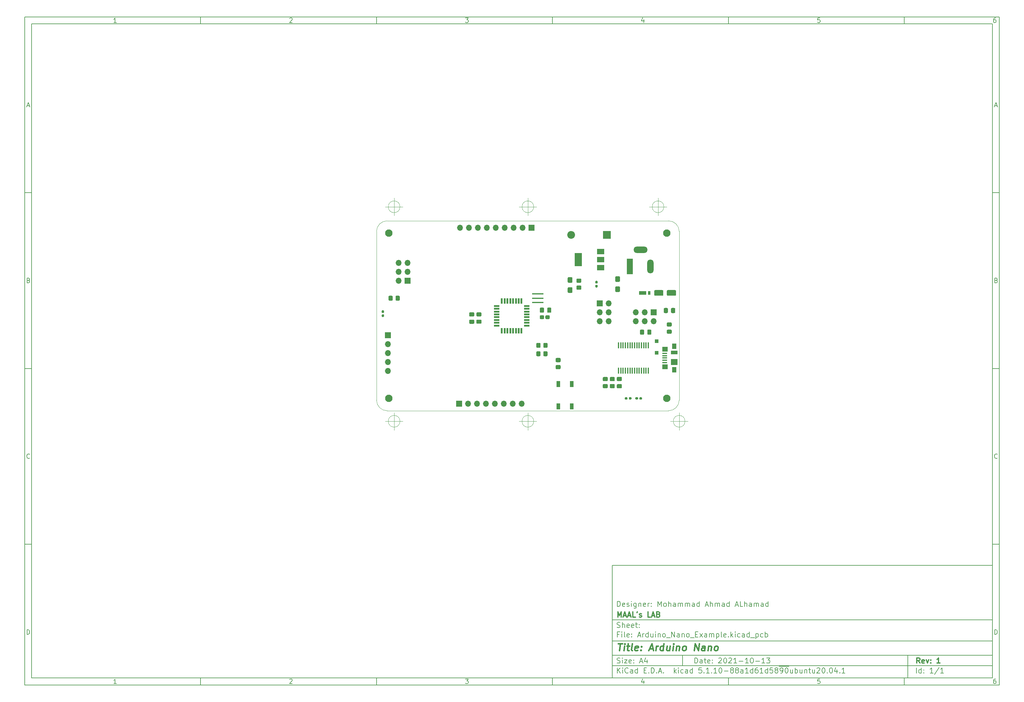
<source format=gbr>
%TF.GenerationSoftware,KiCad,Pcbnew,5.1.10-88a1d61d58~90~ubuntu20.04.1*%
%TF.CreationDate,2021-10-13T17:16:21+03:00*%
%TF.ProjectId,Arduino_Nano_Example,41726475-696e-46f5-9f4e-616e6f5f4578,1*%
%TF.SameCoordinates,Original*%
%TF.FileFunction,Soldermask,Top*%
%TF.FilePolarity,Negative*%
%FSLAX46Y46*%
G04 Gerber Fmt 4.6, Leading zero omitted, Abs format (unit mm)*
G04 Created by KiCad (PCBNEW 5.1.10-88a1d61d58~90~ubuntu20.04.1) date 2021-10-13 17:16:21*
%MOMM*%
%LPD*%
G01*
G04 APERTURE LIST*
%ADD10C,0.100000*%
%ADD11C,0.150000*%
%ADD12C,0.300000*%
%ADD13C,0.400000*%
%TA.AperFunction,Profile*%
%ADD14C,0.050000*%
%TD*%
%ADD15O,1.700000X1.700000*%
%ADD16R,1.700000X1.700000*%
%ADD17R,0.450000X1.750000*%
%ADD18O,2.200000X2.200000*%
%ADD19R,2.200000X2.200000*%
%ADD20R,3.200000X0.400000*%
%ADD21R,1.600000X0.550000*%
%ADD22R,0.550000X1.600000*%
%ADD23R,2.000000X1.500000*%
%ADD24R,2.000000X3.800000*%
%ADD25R,1.000000X1.000000*%
%ADD26R,1.000000X1.700000*%
%ADD27O,4.000000X1.800000*%
%ADD28O,1.800000X4.000000*%
%ADD29R,1.800000X4.400000*%
%ADD30R,1.900000X1.000000*%
%ADD31R,1.900000X1.800000*%
%ADD32R,1.300000X1.650000*%
%ADD33R,1.550000X1.425000*%
%ADD34R,1.380000X0.450000*%
%ADD35C,2.100000*%
%ADD36R,2.000000X1.100000*%
%ADD37R,0.800000X1.100000*%
G04 APERTURE END LIST*
D10*
D11*
X177002200Y-166007200D02*
X177002200Y-198007200D01*
X285002200Y-198007200D01*
X285002200Y-166007200D01*
X177002200Y-166007200D01*
D10*
D11*
X10000000Y-10000000D02*
X10000000Y-200007200D01*
X287002200Y-200007200D01*
X287002200Y-10000000D01*
X10000000Y-10000000D01*
D10*
D11*
X12000000Y-12000000D02*
X12000000Y-198007200D01*
X285002200Y-198007200D01*
X285002200Y-12000000D01*
X12000000Y-12000000D01*
D10*
D11*
X60000000Y-12000000D02*
X60000000Y-10000000D01*
D10*
D11*
X110000000Y-12000000D02*
X110000000Y-10000000D01*
D10*
D11*
X160000000Y-12000000D02*
X160000000Y-10000000D01*
D10*
D11*
X210000000Y-12000000D02*
X210000000Y-10000000D01*
D10*
D11*
X260000000Y-12000000D02*
X260000000Y-10000000D01*
D10*
D11*
X36065476Y-11588095D02*
X35322619Y-11588095D01*
X35694047Y-11588095D02*
X35694047Y-10288095D01*
X35570238Y-10473809D01*
X35446428Y-10597619D01*
X35322619Y-10659523D01*
D10*
D11*
X85322619Y-10411904D02*
X85384523Y-10350000D01*
X85508333Y-10288095D01*
X85817857Y-10288095D01*
X85941666Y-10350000D01*
X86003571Y-10411904D01*
X86065476Y-10535714D01*
X86065476Y-10659523D01*
X86003571Y-10845238D01*
X85260714Y-11588095D01*
X86065476Y-11588095D01*
D10*
D11*
X135260714Y-10288095D02*
X136065476Y-10288095D01*
X135632142Y-10783333D01*
X135817857Y-10783333D01*
X135941666Y-10845238D01*
X136003571Y-10907142D01*
X136065476Y-11030952D01*
X136065476Y-11340476D01*
X136003571Y-11464285D01*
X135941666Y-11526190D01*
X135817857Y-11588095D01*
X135446428Y-11588095D01*
X135322619Y-11526190D01*
X135260714Y-11464285D01*
D10*
D11*
X185941666Y-10721428D02*
X185941666Y-11588095D01*
X185632142Y-10226190D02*
X185322619Y-11154761D01*
X186127380Y-11154761D01*
D10*
D11*
X236003571Y-10288095D02*
X235384523Y-10288095D01*
X235322619Y-10907142D01*
X235384523Y-10845238D01*
X235508333Y-10783333D01*
X235817857Y-10783333D01*
X235941666Y-10845238D01*
X236003571Y-10907142D01*
X236065476Y-11030952D01*
X236065476Y-11340476D01*
X236003571Y-11464285D01*
X235941666Y-11526190D01*
X235817857Y-11588095D01*
X235508333Y-11588095D01*
X235384523Y-11526190D01*
X235322619Y-11464285D01*
D10*
D11*
X285941666Y-10288095D02*
X285694047Y-10288095D01*
X285570238Y-10350000D01*
X285508333Y-10411904D01*
X285384523Y-10597619D01*
X285322619Y-10845238D01*
X285322619Y-11340476D01*
X285384523Y-11464285D01*
X285446428Y-11526190D01*
X285570238Y-11588095D01*
X285817857Y-11588095D01*
X285941666Y-11526190D01*
X286003571Y-11464285D01*
X286065476Y-11340476D01*
X286065476Y-11030952D01*
X286003571Y-10907142D01*
X285941666Y-10845238D01*
X285817857Y-10783333D01*
X285570238Y-10783333D01*
X285446428Y-10845238D01*
X285384523Y-10907142D01*
X285322619Y-11030952D01*
D10*
D11*
X60000000Y-198007200D02*
X60000000Y-200007200D01*
D10*
D11*
X110000000Y-198007200D02*
X110000000Y-200007200D01*
D10*
D11*
X160000000Y-198007200D02*
X160000000Y-200007200D01*
D10*
D11*
X210000000Y-198007200D02*
X210000000Y-200007200D01*
D10*
D11*
X260000000Y-198007200D02*
X260000000Y-200007200D01*
D10*
D11*
X36065476Y-199595295D02*
X35322619Y-199595295D01*
X35694047Y-199595295D02*
X35694047Y-198295295D01*
X35570238Y-198481009D01*
X35446428Y-198604819D01*
X35322619Y-198666723D01*
D10*
D11*
X85322619Y-198419104D02*
X85384523Y-198357200D01*
X85508333Y-198295295D01*
X85817857Y-198295295D01*
X85941666Y-198357200D01*
X86003571Y-198419104D01*
X86065476Y-198542914D01*
X86065476Y-198666723D01*
X86003571Y-198852438D01*
X85260714Y-199595295D01*
X86065476Y-199595295D01*
D10*
D11*
X135260714Y-198295295D02*
X136065476Y-198295295D01*
X135632142Y-198790533D01*
X135817857Y-198790533D01*
X135941666Y-198852438D01*
X136003571Y-198914342D01*
X136065476Y-199038152D01*
X136065476Y-199347676D01*
X136003571Y-199471485D01*
X135941666Y-199533390D01*
X135817857Y-199595295D01*
X135446428Y-199595295D01*
X135322619Y-199533390D01*
X135260714Y-199471485D01*
D10*
D11*
X185941666Y-198728628D02*
X185941666Y-199595295D01*
X185632142Y-198233390D02*
X185322619Y-199161961D01*
X186127380Y-199161961D01*
D10*
D11*
X236003571Y-198295295D02*
X235384523Y-198295295D01*
X235322619Y-198914342D01*
X235384523Y-198852438D01*
X235508333Y-198790533D01*
X235817857Y-198790533D01*
X235941666Y-198852438D01*
X236003571Y-198914342D01*
X236065476Y-199038152D01*
X236065476Y-199347676D01*
X236003571Y-199471485D01*
X235941666Y-199533390D01*
X235817857Y-199595295D01*
X235508333Y-199595295D01*
X235384523Y-199533390D01*
X235322619Y-199471485D01*
D10*
D11*
X285941666Y-198295295D02*
X285694047Y-198295295D01*
X285570238Y-198357200D01*
X285508333Y-198419104D01*
X285384523Y-198604819D01*
X285322619Y-198852438D01*
X285322619Y-199347676D01*
X285384523Y-199471485D01*
X285446428Y-199533390D01*
X285570238Y-199595295D01*
X285817857Y-199595295D01*
X285941666Y-199533390D01*
X286003571Y-199471485D01*
X286065476Y-199347676D01*
X286065476Y-199038152D01*
X286003571Y-198914342D01*
X285941666Y-198852438D01*
X285817857Y-198790533D01*
X285570238Y-198790533D01*
X285446428Y-198852438D01*
X285384523Y-198914342D01*
X285322619Y-199038152D01*
D10*
D11*
X10000000Y-60000000D02*
X12000000Y-60000000D01*
D10*
D11*
X10000000Y-110000000D02*
X12000000Y-110000000D01*
D10*
D11*
X10000000Y-160000000D02*
X12000000Y-160000000D01*
D10*
D11*
X10690476Y-35216666D02*
X11309523Y-35216666D01*
X10566666Y-35588095D02*
X11000000Y-34288095D01*
X11433333Y-35588095D01*
D10*
D11*
X11092857Y-84907142D02*
X11278571Y-84969047D01*
X11340476Y-85030952D01*
X11402380Y-85154761D01*
X11402380Y-85340476D01*
X11340476Y-85464285D01*
X11278571Y-85526190D01*
X11154761Y-85588095D01*
X10659523Y-85588095D01*
X10659523Y-84288095D01*
X11092857Y-84288095D01*
X11216666Y-84350000D01*
X11278571Y-84411904D01*
X11340476Y-84535714D01*
X11340476Y-84659523D01*
X11278571Y-84783333D01*
X11216666Y-84845238D01*
X11092857Y-84907142D01*
X10659523Y-84907142D01*
D10*
D11*
X11402380Y-135464285D02*
X11340476Y-135526190D01*
X11154761Y-135588095D01*
X11030952Y-135588095D01*
X10845238Y-135526190D01*
X10721428Y-135402380D01*
X10659523Y-135278571D01*
X10597619Y-135030952D01*
X10597619Y-134845238D01*
X10659523Y-134597619D01*
X10721428Y-134473809D01*
X10845238Y-134350000D01*
X11030952Y-134288095D01*
X11154761Y-134288095D01*
X11340476Y-134350000D01*
X11402380Y-134411904D01*
D10*
D11*
X10659523Y-185588095D02*
X10659523Y-184288095D01*
X10969047Y-184288095D01*
X11154761Y-184350000D01*
X11278571Y-184473809D01*
X11340476Y-184597619D01*
X11402380Y-184845238D01*
X11402380Y-185030952D01*
X11340476Y-185278571D01*
X11278571Y-185402380D01*
X11154761Y-185526190D01*
X10969047Y-185588095D01*
X10659523Y-185588095D01*
D10*
D11*
X287002200Y-60000000D02*
X285002200Y-60000000D01*
D10*
D11*
X287002200Y-110000000D02*
X285002200Y-110000000D01*
D10*
D11*
X287002200Y-160000000D02*
X285002200Y-160000000D01*
D10*
D11*
X285692676Y-35216666D02*
X286311723Y-35216666D01*
X285568866Y-35588095D02*
X286002200Y-34288095D01*
X286435533Y-35588095D01*
D10*
D11*
X286095057Y-84907142D02*
X286280771Y-84969047D01*
X286342676Y-85030952D01*
X286404580Y-85154761D01*
X286404580Y-85340476D01*
X286342676Y-85464285D01*
X286280771Y-85526190D01*
X286156961Y-85588095D01*
X285661723Y-85588095D01*
X285661723Y-84288095D01*
X286095057Y-84288095D01*
X286218866Y-84350000D01*
X286280771Y-84411904D01*
X286342676Y-84535714D01*
X286342676Y-84659523D01*
X286280771Y-84783333D01*
X286218866Y-84845238D01*
X286095057Y-84907142D01*
X285661723Y-84907142D01*
D10*
D11*
X286404580Y-135464285D02*
X286342676Y-135526190D01*
X286156961Y-135588095D01*
X286033152Y-135588095D01*
X285847438Y-135526190D01*
X285723628Y-135402380D01*
X285661723Y-135278571D01*
X285599819Y-135030952D01*
X285599819Y-134845238D01*
X285661723Y-134597619D01*
X285723628Y-134473809D01*
X285847438Y-134350000D01*
X286033152Y-134288095D01*
X286156961Y-134288095D01*
X286342676Y-134350000D01*
X286404580Y-134411904D01*
D10*
D11*
X285661723Y-185588095D02*
X285661723Y-184288095D01*
X285971247Y-184288095D01*
X286156961Y-184350000D01*
X286280771Y-184473809D01*
X286342676Y-184597619D01*
X286404580Y-184845238D01*
X286404580Y-185030952D01*
X286342676Y-185278571D01*
X286280771Y-185402380D01*
X286156961Y-185526190D01*
X285971247Y-185588095D01*
X285661723Y-185588095D01*
D10*
D11*
X200434342Y-193785771D02*
X200434342Y-192285771D01*
X200791485Y-192285771D01*
X201005771Y-192357200D01*
X201148628Y-192500057D01*
X201220057Y-192642914D01*
X201291485Y-192928628D01*
X201291485Y-193142914D01*
X201220057Y-193428628D01*
X201148628Y-193571485D01*
X201005771Y-193714342D01*
X200791485Y-193785771D01*
X200434342Y-193785771D01*
X202577200Y-193785771D02*
X202577200Y-193000057D01*
X202505771Y-192857200D01*
X202362914Y-192785771D01*
X202077200Y-192785771D01*
X201934342Y-192857200D01*
X202577200Y-193714342D02*
X202434342Y-193785771D01*
X202077200Y-193785771D01*
X201934342Y-193714342D01*
X201862914Y-193571485D01*
X201862914Y-193428628D01*
X201934342Y-193285771D01*
X202077200Y-193214342D01*
X202434342Y-193214342D01*
X202577200Y-193142914D01*
X203077200Y-192785771D02*
X203648628Y-192785771D01*
X203291485Y-192285771D02*
X203291485Y-193571485D01*
X203362914Y-193714342D01*
X203505771Y-193785771D01*
X203648628Y-193785771D01*
X204720057Y-193714342D02*
X204577200Y-193785771D01*
X204291485Y-193785771D01*
X204148628Y-193714342D01*
X204077200Y-193571485D01*
X204077200Y-193000057D01*
X204148628Y-192857200D01*
X204291485Y-192785771D01*
X204577200Y-192785771D01*
X204720057Y-192857200D01*
X204791485Y-193000057D01*
X204791485Y-193142914D01*
X204077200Y-193285771D01*
X205434342Y-193642914D02*
X205505771Y-193714342D01*
X205434342Y-193785771D01*
X205362914Y-193714342D01*
X205434342Y-193642914D01*
X205434342Y-193785771D01*
X205434342Y-192857200D02*
X205505771Y-192928628D01*
X205434342Y-193000057D01*
X205362914Y-192928628D01*
X205434342Y-192857200D01*
X205434342Y-193000057D01*
X207220057Y-192428628D02*
X207291485Y-192357200D01*
X207434342Y-192285771D01*
X207791485Y-192285771D01*
X207934342Y-192357200D01*
X208005771Y-192428628D01*
X208077200Y-192571485D01*
X208077200Y-192714342D01*
X208005771Y-192928628D01*
X207148628Y-193785771D01*
X208077200Y-193785771D01*
X209005771Y-192285771D02*
X209148628Y-192285771D01*
X209291485Y-192357200D01*
X209362914Y-192428628D01*
X209434342Y-192571485D01*
X209505771Y-192857200D01*
X209505771Y-193214342D01*
X209434342Y-193500057D01*
X209362914Y-193642914D01*
X209291485Y-193714342D01*
X209148628Y-193785771D01*
X209005771Y-193785771D01*
X208862914Y-193714342D01*
X208791485Y-193642914D01*
X208720057Y-193500057D01*
X208648628Y-193214342D01*
X208648628Y-192857200D01*
X208720057Y-192571485D01*
X208791485Y-192428628D01*
X208862914Y-192357200D01*
X209005771Y-192285771D01*
X210077200Y-192428628D02*
X210148628Y-192357200D01*
X210291485Y-192285771D01*
X210648628Y-192285771D01*
X210791485Y-192357200D01*
X210862914Y-192428628D01*
X210934342Y-192571485D01*
X210934342Y-192714342D01*
X210862914Y-192928628D01*
X210005771Y-193785771D01*
X210934342Y-193785771D01*
X212362914Y-193785771D02*
X211505771Y-193785771D01*
X211934342Y-193785771D02*
X211934342Y-192285771D01*
X211791485Y-192500057D01*
X211648628Y-192642914D01*
X211505771Y-192714342D01*
X213005771Y-193214342D02*
X214148628Y-193214342D01*
X215648628Y-193785771D02*
X214791485Y-193785771D01*
X215220057Y-193785771D02*
X215220057Y-192285771D01*
X215077200Y-192500057D01*
X214934342Y-192642914D01*
X214791485Y-192714342D01*
X216577200Y-192285771D02*
X216720057Y-192285771D01*
X216862914Y-192357200D01*
X216934342Y-192428628D01*
X217005771Y-192571485D01*
X217077200Y-192857200D01*
X217077200Y-193214342D01*
X217005771Y-193500057D01*
X216934342Y-193642914D01*
X216862914Y-193714342D01*
X216720057Y-193785771D01*
X216577200Y-193785771D01*
X216434342Y-193714342D01*
X216362914Y-193642914D01*
X216291485Y-193500057D01*
X216220057Y-193214342D01*
X216220057Y-192857200D01*
X216291485Y-192571485D01*
X216362914Y-192428628D01*
X216434342Y-192357200D01*
X216577200Y-192285771D01*
X217720057Y-193214342D02*
X218862914Y-193214342D01*
X220362914Y-193785771D02*
X219505771Y-193785771D01*
X219934342Y-193785771D02*
X219934342Y-192285771D01*
X219791485Y-192500057D01*
X219648628Y-192642914D01*
X219505771Y-192714342D01*
X220862914Y-192285771D02*
X221791485Y-192285771D01*
X221291485Y-192857200D01*
X221505771Y-192857200D01*
X221648628Y-192928628D01*
X221720057Y-193000057D01*
X221791485Y-193142914D01*
X221791485Y-193500057D01*
X221720057Y-193642914D01*
X221648628Y-193714342D01*
X221505771Y-193785771D01*
X221077200Y-193785771D01*
X220934342Y-193714342D01*
X220862914Y-193642914D01*
D10*
D11*
X177002200Y-194507200D02*
X285002200Y-194507200D01*
D10*
D11*
X178434342Y-196585771D02*
X178434342Y-195085771D01*
X179291485Y-196585771D02*
X178648628Y-195728628D01*
X179291485Y-195085771D02*
X178434342Y-195942914D01*
X179934342Y-196585771D02*
X179934342Y-195585771D01*
X179934342Y-195085771D02*
X179862914Y-195157200D01*
X179934342Y-195228628D01*
X180005771Y-195157200D01*
X179934342Y-195085771D01*
X179934342Y-195228628D01*
X181505771Y-196442914D02*
X181434342Y-196514342D01*
X181220057Y-196585771D01*
X181077200Y-196585771D01*
X180862914Y-196514342D01*
X180720057Y-196371485D01*
X180648628Y-196228628D01*
X180577200Y-195942914D01*
X180577200Y-195728628D01*
X180648628Y-195442914D01*
X180720057Y-195300057D01*
X180862914Y-195157200D01*
X181077200Y-195085771D01*
X181220057Y-195085771D01*
X181434342Y-195157200D01*
X181505771Y-195228628D01*
X182791485Y-196585771D02*
X182791485Y-195800057D01*
X182720057Y-195657200D01*
X182577200Y-195585771D01*
X182291485Y-195585771D01*
X182148628Y-195657200D01*
X182791485Y-196514342D02*
X182648628Y-196585771D01*
X182291485Y-196585771D01*
X182148628Y-196514342D01*
X182077200Y-196371485D01*
X182077200Y-196228628D01*
X182148628Y-196085771D01*
X182291485Y-196014342D01*
X182648628Y-196014342D01*
X182791485Y-195942914D01*
X184148628Y-196585771D02*
X184148628Y-195085771D01*
X184148628Y-196514342D02*
X184005771Y-196585771D01*
X183720057Y-196585771D01*
X183577200Y-196514342D01*
X183505771Y-196442914D01*
X183434342Y-196300057D01*
X183434342Y-195871485D01*
X183505771Y-195728628D01*
X183577200Y-195657200D01*
X183720057Y-195585771D01*
X184005771Y-195585771D01*
X184148628Y-195657200D01*
X186005771Y-195800057D02*
X186505771Y-195800057D01*
X186720057Y-196585771D02*
X186005771Y-196585771D01*
X186005771Y-195085771D01*
X186720057Y-195085771D01*
X187362914Y-196442914D02*
X187434342Y-196514342D01*
X187362914Y-196585771D01*
X187291485Y-196514342D01*
X187362914Y-196442914D01*
X187362914Y-196585771D01*
X188077200Y-196585771D02*
X188077200Y-195085771D01*
X188434342Y-195085771D01*
X188648628Y-195157200D01*
X188791485Y-195300057D01*
X188862914Y-195442914D01*
X188934342Y-195728628D01*
X188934342Y-195942914D01*
X188862914Y-196228628D01*
X188791485Y-196371485D01*
X188648628Y-196514342D01*
X188434342Y-196585771D01*
X188077200Y-196585771D01*
X189577200Y-196442914D02*
X189648628Y-196514342D01*
X189577200Y-196585771D01*
X189505771Y-196514342D01*
X189577200Y-196442914D01*
X189577200Y-196585771D01*
X190220057Y-196157200D02*
X190934342Y-196157200D01*
X190077200Y-196585771D02*
X190577200Y-195085771D01*
X191077200Y-196585771D01*
X191577200Y-196442914D02*
X191648628Y-196514342D01*
X191577200Y-196585771D01*
X191505771Y-196514342D01*
X191577200Y-196442914D01*
X191577200Y-196585771D01*
X194577200Y-196585771D02*
X194577200Y-195085771D01*
X194720057Y-196014342D02*
X195148628Y-196585771D01*
X195148628Y-195585771D02*
X194577200Y-196157200D01*
X195791485Y-196585771D02*
X195791485Y-195585771D01*
X195791485Y-195085771D02*
X195720057Y-195157200D01*
X195791485Y-195228628D01*
X195862914Y-195157200D01*
X195791485Y-195085771D01*
X195791485Y-195228628D01*
X197148628Y-196514342D02*
X197005771Y-196585771D01*
X196720057Y-196585771D01*
X196577200Y-196514342D01*
X196505771Y-196442914D01*
X196434342Y-196300057D01*
X196434342Y-195871485D01*
X196505771Y-195728628D01*
X196577200Y-195657200D01*
X196720057Y-195585771D01*
X197005771Y-195585771D01*
X197148628Y-195657200D01*
X198434342Y-196585771D02*
X198434342Y-195800057D01*
X198362914Y-195657200D01*
X198220057Y-195585771D01*
X197934342Y-195585771D01*
X197791485Y-195657200D01*
X198434342Y-196514342D02*
X198291485Y-196585771D01*
X197934342Y-196585771D01*
X197791485Y-196514342D01*
X197720057Y-196371485D01*
X197720057Y-196228628D01*
X197791485Y-196085771D01*
X197934342Y-196014342D01*
X198291485Y-196014342D01*
X198434342Y-195942914D01*
X199791485Y-196585771D02*
X199791485Y-195085771D01*
X199791485Y-196514342D02*
X199648628Y-196585771D01*
X199362914Y-196585771D01*
X199220057Y-196514342D01*
X199148628Y-196442914D01*
X199077200Y-196300057D01*
X199077200Y-195871485D01*
X199148628Y-195728628D01*
X199220057Y-195657200D01*
X199362914Y-195585771D01*
X199648628Y-195585771D01*
X199791485Y-195657200D01*
X202362914Y-195085771D02*
X201648628Y-195085771D01*
X201577200Y-195800057D01*
X201648628Y-195728628D01*
X201791485Y-195657200D01*
X202148628Y-195657200D01*
X202291485Y-195728628D01*
X202362914Y-195800057D01*
X202434342Y-195942914D01*
X202434342Y-196300057D01*
X202362914Y-196442914D01*
X202291485Y-196514342D01*
X202148628Y-196585771D01*
X201791485Y-196585771D01*
X201648628Y-196514342D01*
X201577200Y-196442914D01*
X203077200Y-196442914D02*
X203148628Y-196514342D01*
X203077200Y-196585771D01*
X203005771Y-196514342D01*
X203077200Y-196442914D01*
X203077200Y-196585771D01*
X204577200Y-196585771D02*
X203720057Y-196585771D01*
X204148628Y-196585771D02*
X204148628Y-195085771D01*
X204005771Y-195300057D01*
X203862914Y-195442914D01*
X203720057Y-195514342D01*
X205220057Y-196442914D02*
X205291485Y-196514342D01*
X205220057Y-196585771D01*
X205148628Y-196514342D01*
X205220057Y-196442914D01*
X205220057Y-196585771D01*
X206720057Y-196585771D02*
X205862914Y-196585771D01*
X206291485Y-196585771D02*
X206291485Y-195085771D01*
X206148628Y-195300057D01*
X206005771Y-195442914D01*
X205862914Y-195514342D01*
X207648628Y-195085771D02*
X207791485Y-195085771D01*
X207934342Y-195157200D01*
X208005771Y-195228628D01*
X208077200Y-195371485D01*
X208148628Y-195657200D01*
X208148628Y-196014342D01*
X208077200Y-196300057D01*
X208005771Y-196442914D01*
X207934342Y-196514342D01*
X207791485Y-196585771D01*
X207648628Y-196585771D01*
X207505771Y-196514342D01*
X207434342Y-196442914D01*
X207362914Y-196300057D01*
X207291485Y-196014342D01*
X207291485Y-195657200D01*
X207362914Y-195371485D01*
X207434342Y-195228628D01*
X207505771Y-195157200D01*
X207648628Y-195085771D01*
X208791485Y-196014342D02*
X209934342Y-196014342D01*
X210862914Y-195728628D02*
X210720057Y-195657200D01*
X210648628Y-195585771D01*
X210577200Y-195442914D01*
X210577200Y-195371485D01*
X210648628Y-195228628D01*
X210720057Y-195157200D01*
X210862914Y-195085771D01*
X211148628Y-195085771D01*
X211291485Y-195157200D01*
X211362914Y-195228628D01*
X211434342Y-195371485D01*
X211434342Y-195442914D01*
X211362914Y-195585771D01*
X211291485Y-195657200D01*
X211148628Y-195728628D01*
X210862914Y-195728628D01*
X210720057Y-195800057D01*
X210648628Y-195871485D01*
X210577200Y-196014342D01*
X210577200Y-196300057D01*
X210648628Y-196442914D01*
X210720057Y-196514342D01*
X210862914Y-196585771D01*
X211148628Y-196585771D01*
X211291485Y-196514342D01*
X211362914Y-196442914D01*
X211434342Y-196300057D01*
X211434342Y-196014342D01*
X211362914Y-195871485D01*
X211291485Y-195800057D01*
X211148628Y-195728628D01*
X212291485Y-195728628D02*
X212148628Y-195657200D01*
X212077200Y-195585771D01*
X212005771Y-195442914D01*
X212005771Y-195371485D01*
X212077200Y-195228628D01*
X212148628Y-195157200D01*
X212291485Y-195085771D01*
X212577200Y-195085771D01*
X212720057Y-195157200D01*
X212791485Y-195228628D01*
X212862914Y-195371485D01*
X212862914Y-195442914D01*
X212791485Y-195585771D01*
X212720057Y-195657200D01*
X212577200Y-195728628D01*
X212291485Y-195728628D01*
X212148628Y-195800057D01*
X212077200Y-195871485D01*
X212005771Y-196014342D01*
X212005771Y-196300057D01*
X212077200Y-196442914D01*
X212148628Y-196514342D01*
X212291485Y-196585771D01*
X212577200Y-196585771D01*
X212720057Y-196514342D01*
X212791485Y-196442914D01*
X212862914Y-196300057D01*
X212862914Y-196014342D01*
X212791485Y-195871485D01*
X212720057Y-195800057D01*
X212577200Y-195728628D01*
X214148628Y-196585771D02*
X214148628Y-195800057D01*
X214077200Y-195657200D01*
X213934342Y-195585771D01*
X213648628Y-195585771D01*
X213505771Y-195657200D01*
X214148628Y-196514342D02*
X214005771Y-196585771D01*
X213648628Y-196585771D01*
X213505771Y-196514342D01*
X213434342Y-196371485D01*
X213434342Y-196228628D01*
X213505771Y-196085771D01*
X213648628Y-196014342D01*
X214005771Y-196014342D01*
X214148628Y-195942914D01*
X215648628Y-196585771D02*
X214791485Y-196585771D01*
X215220057Y-196585771D02*
X215220057Y-195085771D01*
X215077200Y-195300057D01*
X214934342Y-195442914D01*
X214791485Y-195514342D01*
X216934342Y-196585771D02*
X216934342Y-195085771D01*
X216934342Y-196514342D02*
X216791485Y-196585771D01*
X216505771Y-196585771D01*
X216362914Y-196514342D01*
X216291485Y-196442914D01*
X216220057Y-196300057D01*
X216220057Y-195871485D01*
X216291485Y-195728628D01*
X216362914Y-195657200D01*
X216505771Y-195585771D01*
X216791485Y-195585771D01*
X216934342Y-195657200D01*
X218291485Y-195085771D02*
X218005771Y-195085771D01*
X217862914Y-195157200D01*
X217791485Y-195228628D01*
X217648628Y-195442914D01*
X217577200Y-195728628D01*
X217577200Y-196300057D01*
X217648628Y-196442914D01*
X217720057Y-196514342D01*
X217862914Y-196585771D01*
X218148628Y-196585771D01*
X218291485Y-196514342D01*
X218362914Y-196442914D01*
X218434342Y-196300057D01*
X218434342Y-195942914D01*
X218362914Y-195800057D01*
X218291485Y-195728628D01*
X218148628Y-195657200D01*
X217862914Y-195657200D01*
X217720057Y-195728628D01*
X217648628Y-195800057D01*
X217577200Y-195942914D01*
X219862914Y-196585771D02*
X219005771Y-196585771D01*
X219434342Y-196585771D02*
X219434342Y-195085771D01*
X219291485Y-195300057D01*
X219148628Y-195442914D01*
X219005771Y-195514342D01*
X221148628Y-196585771D02*
X221148628Y-195085771D01*
X221148628Y-196514342D02*
X221005771Y-196585771D01*
X220720057Y-196585771D01*
X220577200Y-196514342D01*
X220505771Y-196442914D01*
X220434342Y-196300057D01*
X220434342Y-195871485D01*
X220505771Y-195728628D01*
X220577200Y-195657200D01*
X220720057Y-195585771D01*
X221005771Y-195585771D01*
X221148628Y-195657200D01*
X222577200Y-195085771D02*
X221862914Y-195085771D01*
X221791485Y-195800057D01*
X221862914Y-195728628D01*
X222005771Y-195657200D01*
X222362914Y-195657200D01*
X222505771Y-195728628D01*
X222577200Y-195800057D01*
X222648628Y-195942914D01*
X222648628Y-196300057D01*
X222577200Y-196442914D01*
X222505771Y-196514342D01*
X222362914Y-196585771D01*
X222005771Y-196585771D01*
X221862914Y-196514342D01*
X221791485Y-196442914D01*
X223505771Y-195728628D02*
X223362914Y-195657200D01*
X223291485Y-195585771D01*
X223220057Y-195442914D01*
X223220057Y-195371485D01*
X223291485Y-195228628D01*
X223362914Y-195157200D01*
X223505771Y-195085771D01*
X223791485Y-195085771D01*
X223934342Y-195157200D01*
X224005771Y-195228628D01*
X224077200Y-195371485D01*
X224077200Y-195442914D01*
X224005771Y-195585771D01*
X223934342Y-195657200D01*
X223791485Y-195728628D01*
X223505771Y-195728628D01*
X223362914Y-195800057D01*
X223291485Y-195871485D01*
X223220057Y-196014342D01*
X223220057Y-196300057D01*
X223291485Y-196442914D01*
X223362914Y-196514342D01*
X223505771Y-196585771D01*
X223791485Y-196585771D01*
X223934342Y-196514342D01*
X224005771Y-196442914D01*
X224077200Y-196300057D01*
X224077200Y-196014342D01*
X224005771Y-195871485D01*
X223934342Y-195800057D01*
X223791485Y-195728628D01*
X224362914Y-194677200D02*
X225791485Y-194677200D01*
X224791485Y-196585771D02*
X225077200Y-196585771D01*
X225220057Y-196514342D01*
X225291485Y-196442914D01*
X225434342Y-196228628D01*
X225505771Y-195942914D01*
X225505771Y-195371485D01*
X225434342Y-195228628D01*
X225362914Y-195157200D01*
X225220057Y-195085771D01*
X224934342Y-195085771D01*
X224791485Y-195157200D01*
X224720057Y-195228628D01*
X224648628Y-195371485D01*
X224648628Y-195728628D01*
X224720057Y-195871485D01*
X224791485Y-195942914D01*
X224934342Y-196014342D01*
X225220057Y-196014342D01*
X225362914Y-195942914D01*
X225434342Y-195871485D01*
X225505771Y-195728628D01*
X225791485Y-194677200D02*
X227220057Y-194677200D01*
X226434342Y-195085771D02*
X226577199Y-195085771D01*
X226720057Y-195157200D01*
X226791485Y-195228628D01*
X226862914Y-195371485D01*
X226934342Y-195657200D01*
X226934342Y-196014342D01*
X226862914Y-196300057D01*
X226791485Y-196442914D01*
X226720057Y-196514342D01*
X226577199Y-196585771D01*
X226434342Y-196585771D01*
X226291485Y-196514342D01*
X226220057Y-196442914D01*
X226148628Y-196300057D01*
X226077199Y-196014342D01*
X226077199Y-195657200D01*
X226148628Y-195371485D01*
X226220057Y-195228628D01*
X226291485Y-195157200D01*
X226434342Y-195085771D01*
X228220057Y-195585771D02*
X228220057Y-196585771D01*
X227577199Y-195585771D02*
X227577199Y-196371485D01*
X227648628Y-196514342D01*
X227791485Y-196585771D01*
X228005771Y-196585771D01*
X228148628Y-196514342D01*
X228220057Y-196442914D01*
X228934342Y-196585771D02*
X228934342Y-195085771D01*
X228934342Y-195657200D02*
X229077199Y-195585771D01*
X229362914Y-195585771D01*
X229505771Y-195657200D01*
X229577199Y-195728628D01*
X229648628Y-195871485D01*
X229648628Y-196300057D01*
X229577199Y-196442914D01*
X229505771Y-196514342D01*
X229362914Y-196585771D01*
X229077199Y-196585771D01*
X228934342Y-196514342D01*
X230934342Y-195585771D02*
X230934342Y-196585771D01*
X230291485Y-195585771D02*
X230291485Y-196371485D01*
X230362914Y-196514342D01*
X230505771Y-196585771D01*
X230720057Y-196585771D01*
X230862914Y-196514342D01*
X230934342Y-196442914D01*
X231648628Y-195585771D02*
X231648628Y-196585771D01*
X231648628Y-195728628D02*
X231720057Y-195657200D01*
X231862914Y-195585771D01*
X232077199Y-195585771D01*
X232220057Y-195657200D01*
X232291485Y-195800057D01*
X232291485Y-196585771D01*
X232791485Y-195585771D02*
X233362914Y-195585771D01*
X233005771Y-195085771D02*
X233005771Y-196371485D01*
X233077199Y-196514342D01*
X233220057Y-196585771D01*
X233362914Y-196585771D01*
X234505771Y-195585771D02*
X234505771Y-196585771D01*
X233862914Y-195585771D02*
X233862914Y-196371485D01*
X233934342Y-196514342D01*
X234077200Y-196585771D01*
X234291485Y-196585771D01*
X234434342Y-196514342D01*
X234505771Y-196442914D01*
X235148628Y-195228628D02*
X235220057Y-195157200D01*
X235362914Y-195085771D01*
X235720057Y-195085771D01*
X235862914Y-195157200D01*
X235934342Y-195228628D01*
X236005771Y-195371485D01*
X236005771Y-195514342D01*
X235934342Y-195728628D01*
X235077200Y-196585771D01*
X236005771Y-196585771D01*
X236934342Y-195085771D02*
X237077199Y-195085771D01*
X237220057Y-195157200D01*
X237291485Y-195228628D01*
X237362914Y-195371485D01*
X237434342Y-195657200D01*
X237434342Y-196014342D01*
X237362914Y-196300057D01*
X237291485Y-196442914D01*
X237220057Y-196514342D01*
X237077199Y-196585771D01*
X236934342Y-196585771D01*
X236791485Y-196514342D01*
X236720057Y-196442914D01*
X236648628Y-196300057D01*
X236577199Y-196014342D01*
X236577199Y-195657200D01*
X236648628Y-195371485D01*
X236720057Y-195228628D01*
X236791485Y-195157200D01*
X236934342Y-195085771D01*
X238077199Y-196442914D02*
X238148628Y-196514342D01*
X238077199Y-196585771D01*
X238005771Y-196514342D01*
X238077199Y-196442914D01*
X238077199Y-196585771D01*
X239077199Y-195085771D02*
X239220057Y-195085771D01*
X239362914Y-195157200D01*
X239434342Y-195228628D01*
X239505771Y-195371485D01*
X239577199Y-195657200D01*
X239577199Y-196014342D01*
X239505771Y-196300057D01*
X239434342Y-196442914D01*
X239362914Y-196514342D01*
X239220057Y-196585771D01*
X239077199Y-196585771D01*
X238934342Y-196514342D01*
X238862914Y-196442914D01*
X238791485Y-196300057D01*
X238720057Y-196014342D01*
X238720057Y-195657200D01*
X238791485Y-195371485D01*
X238862914Y-195228628D01*
X238934342Y-195157200D01*
X239077199Y-195085771D01*
X240862914Y-195585771D02*
X240862914Y-196585771D01*
X240505771Y-195014342D02*
X240148628Y-196085771D01*
X241077199Y-196085771D01*
X241648628Y-196442914D02*
X241720057Y-196514342D01*
X241648628Y-196585771D01*
X241577199Y-196514342D01*
X241648628Y-196442914D01*
X241648628Y-196585771D01*
X243148628Y-196585771D02*
X242291485Y-196585771D01*
X242720057Y-196585771D02*
X242720057Y-195085771D01*
X242577199Y-195300057D01*
X242434342Y-195442914D01*
X242291485Y-195514342D01*
D10*
D11*
X177002200Y-191507200D02*
X285002200Y-191507200D01*
D10*
D12*
X264411485Y-193785771D02*
X263911485Y-193071485D01*
X263554342Y-193785771D02*
X263554342Y-192285771D01*
X264125771Y-192285771D01*
X264268628Y-192357200D01*
X264340057Y-192428628D01*
X264411485Y-192571485D01*
X264411485Y-192785771D01*
X264340057Y-192928628D01*
X264268628Y-193000057D01*
X264125771Y-193071485D01*
X263554342Y-193071485D01*
X265625771Y-193714342D02*
X265482914Y-193785771D01*
X265197200Y-193785771D01*
X265054342Y-193714342D01*
X264982914Y-193571485D01*
X264982914Y-193000057D01*
X265054342Y-192857200D01*
X265197200Y-192785771D01*
X265482914Y-192785771D01*
X265625771Y-192857200D01*
X265697200Y-193000057D01*
X265697200Y-193142914D01*
X264982914Y-193285771D01*
X266197200Y-192785771D02*
X266554342Y-193785771D01*
X266911485Y-192785771D01*
X267482914Y-193642914D02*
X267554342Y-193714342D01*
X267482914Y-193785771D01*
X267411485Y-193714342D01*
X267482914Y-193642914D01*
X267482914Y-193785771D01*
X267482914Y-192857200D02*
X267554342Y-192928628D01*
X267482914Y-193000057D01*
X267411485Y-192928628D01*
X267482914Y-192857200D01*
X267482914Y-193000057D01*
X270125771Y-193785771D02*
X269268628Y-193785771D01*
X269697200Y-193785771D02*
X269697200Y-192285771D01*
X269554342Y-192500057D01*
X269411485Y-192642914D01*
X269268628Y-192714342D01*
D10*
D11*
X178362914Y-193714342D02*
X178577200Y-193785771D01*
X178934342Y-193785771D01*
X179077200Y-193714342D01*
X179148628Y-193642914D01*
X179220057Y-193500057D01*
X179220057Y-193357200D01*
X179148628Y-193214342D01*
X179077200Y-193142914D01*
X178934342Y-193071485D01*
X178648628Y-193000057D01*
X178505771Y-192928628D01*
X178434342Y-192857200D01*
X178362914Y-192714342D01*
X178362914Y-192571485D01*
X178434342Y-192428628D01*
X178505771Y-192357200D01*
X178648628Y-192285771D01*
X179005771Y-192285771D01*
X179220057Y-192357200D01*
X179862914Y-193785771D02*
X179862914Y-192785771D01*
X179862914Y-192285771D02*
X179791485Y-192357200D01*
X179862914Y-192428628D01*
X179934342Y-192357200D01*
X179862914Y-192285771D01*
X179862914Y-192428628D01*
X180434342Y-192785771D02*
X181220057Y-192785771D01*
X180434342Y-193785771D01*
X181220057Y-193785771D01*
X182362914Y-193714342D02*
X182220057Y-193785771D01*
X181934342Y-193785771D01*
X181791485Y-193714342D01*
X181720057Y-193571485D01*
X181720057Y-193000057D01*
X181791485Y-192857200D01*
X181934342Y-192785771D01*
X182220057Y-192785771D01*
X182362914Y-192857200D01*
X182434342Y-193000057D01*
X182434342Y-193142914D01*
X181720057Y-193285771D01*
X183077200Y-193642914D02*
X183148628Y-193714342D01*
X183077200Y-193785771D01*
X183005771Y-193714342D01*
X183077200Y-193642914D01*
X183077200Y-193785771D01*
X183077200Y-192857200D02*
X183148628Y-192928628D01*
X183077200Y-193000057D01*
X183005771Y-192928628D01*
X183077200Y-192857200D01*
X183077200Y-193000057D01*
X184862914Y-193357200D02*
X185577200Y-193357200D01*
X184720057Y-193785771D02*
X185220057Y-192285771D01*
X185720057Y-193785771D01*
X186862914Y-192785771D02*
X186862914Y-193785771D01*
X186505771Y-192214342D02*
X186148628Y-193285771D01*
X187077200Y-193285771D01*
D10*
D11*
X263434342Y-196585771D02*
X263434342Y-195085771D01*
X264791485Y-196585771D02*
X264791485Y-195085771D01*
X264791485Y-196514342D02*
X264648628Y-196585771D01*
X264362914Y-196585771D01*
X264220057Y-196514342D01*
X264148628Y-196442914D01*
X264077200Y-196300057D01*
X264077200Y-195871485D01*
X264148628Y-195728628D01*
X264220057Y-195657200D01*
X264362914Y-195585771D01*
X264648628Y-195585771D01*
X264791485Y-195657200D01*
X265505771Y-196442914D02*
X265577200Y-196514342D01*
X265505771Y-196585771D01*
X265434342Y-196514342D01*
X265505771Y-196442914D01*
X265505771Y-196585771D01*
X265505771Y-195657200D02*
X265577200Y-195728628D01*
X265505771Y-195800057D01*
X265434342Y-195728628D01*
X265505771Y-195657200D01*
X265505771Y-195800057D01*
X268148628Y-196585771D02*
X267291485Y-196585771D01*
X267720057Y-196585771D02*
X267720057Y-195085771D01*
X267577200Y-195300057D01*
X267434342Y-195442914D01*
X267291485Y-195514342D01*
X269862914Y-195014342D02*
X268577200Y-196942914D01*
X271148628Y-196585771D02*
X270291485Y-196585771D01*
X270720057Y-196585771D02*
X270720057Y-195085771D01*
X270577200Y-195300057D01*
X270434342Y-195442914D01*
X270291485Y-195514342D01*
D10*
D11*
X177002200Y-187507200D02*
X285002200Y-187507200D01*
D10*
D13*
X178714580Y-188211961D02*
X179857438Y-188211961D01*
X179036009Y-190211961D02*
X179286009Y-188211961D01*
X180274104Y-190211961D02*
X180440771Y-188878628D01*
X180524104Y-188211961D02*
X180416961Y-188307200D01*
X180500295Y-188402438D01*
X180607438Y-188307200D01*
X180524104Y-188211961D01*
X180500295Y-188402438D01*
X181107438Y-188878628D02*
X181869342Y-188878628D01*
X181476485Y-188211961D02*
X181262200Y-189926247D01*
X181333628Y-190116723D01*
X181512200Y-190211961D01*
X181702676Y-190211961D01*
X182655057Y-190211961D02*
X182476485Y-190116723D01*
X182405057Y-189926247D01*
X182619342Y-188211961D01*
X184190771Y-190116723D02*
X183988390Y-190211961D01*
X183607438Y-190211961D01*
X183428866Y-190116723D01*
X183357438Y-189926247D01*
X183452676Y-189164342D01*
X183571723Y-188973866D01*
X183774104Y-188878628D01*
X184155057Y-188878628D01*
X184333628Y-188973866D01*
X184405057Y-189164342D01*
X184381247Y-189354819D01*
X183405057Y-189545295D01*
X185155057Y-190021485D02*
X185238390Y-190116723D01*
X185131247Y-190211961D01*
X185047914Y-190116723D01*
X185155057Y-190021485D01*
X185131247Y-190211961D01*
X185286009Y-188973866D02*
X185369342Y-189069104D01*
X185262200Y-189164342D01*
X185178866Y-189069104D01*
X185286009Y-188973866D01*
X185262200Y-189164342D01*
X187583628Y-189640533D02*
X188536009Y-189640533D01*
X187321723Y-190211961D02*
X188238390Y-188211961D01*
X188655057Y-190211961D01*
X189321723Y-190211961D02*
X189488390Y-188878628D01*
X189440771Y-189259580D02*
X189559819Y-189069104D01*
X189666961Y-188973866D01*
X189869342Y-188878628D01*
X190059819Y-188878628D01*
X191416961Y-190211961D02*
X191666961Y-188211961D01*
X191428866Y-190116723D02*
X191226485Y-190211961D01*
X190845533Y-190211961D01*
X190666961Y-190116723D01*
X190583628Y-190021485D01*
X190512200Y-189831009D01*
X190583628Y-189259580D01*
X190702676Y-189069104D01*
X190809819Y-188973866D01*
X191012200Y-188878628D01*
X191393152Y-188878628D01*
X191571723Y-188973866D01*
X193393152Y-188878628D02*
X193226485Y-190211961D01*
X192536009Y-188878628D02*
X192405057Y-189926247D01*
X192476485Y-190116723D01*
X192655057Y-190211961D01*
X192940771Y-190211961D01*
X193143152Y-190116723D01*
X193250295Y-190021485D01*
X194178866Y-190211961D02*
X194345533Y-188878628D01*
X194428866Y-188211961D02*
X194321723Y-188307200D01*
X194405057Y-188402438D01*
X194512200Y-188307200D01*
X194428866Y-188211961D01*
X194405057Y-188402438D01*
X195297914Y-188878628D02*
X195131247Y-190211961D01*
X195274104Y-189069104D02*
X195381247Y-188973866D01*
X195583628Y-188878628D01*
X195869342Y-188878628D01*
X196047914Y-188973866D01*
X196119342Y-189164342D01*
X195988390Y-190211961D01*
X197226485Y-190211961D02*
X197047914Y-190116723D01*
X196964580Y-190021485D01*
X196893152Y-189831009D01*
X196964580Y-189259580D01*
X197083628Y-189069104D01*
X197190771Y-188973866D01*
X197393152Y-188878628D01*
X197678866Y-188878628D01*
X197857438Y-188973866D01*
X197940771Y-189069104D01*
X198012200Y-189259580D01*
X197940771Y-189831009D01*
X197821723Y-190021485D01*
X197714580Y-190116723D01*
X197512200Y-190211961D01*
X197226485Y-190211961D01*
X200274104Y-190211961D02*
X200524104Y-188211961D01*
X201416961Y-190211961D01*
X201666961Y-188211961D01*
X203226485Y-190211961D02*
X203357438Y-189164342D01*
X203286009Y-188973866D01*
X203107438Y-188878628D01*
X202726485Y-188878628D01*
X202524104Y-188973866D01*
X203238390Y-190116723D02*
X203036009Y-190211961D01*
X202559819Y-190211961D01*
X202381247Y-190116723D01*
X202309819Y-189926247D01*
X202333628Y-189735771D01*
X202452676Y-189545295D01*
X202655057Y-189450057D01*
X203131247Y-189450057D01*
X203333628Y-189354819D01*
X204345533Y-188878628D02*
X204178866Y-190211961D01*
X204321723Y-189069104D02*
X204428866Y-188973866D01*
X204631247Y-188878628D01*
X204916961Y-188878628D01*
X205095533Y-188973866D01*
X205166961Y-189164342D01*
X205036009Y-190211961D01*
X206274104Y-190211961D02*
X206095533Y-190116723D01*
X206012200Y-190021485D01*
X205940771Y-189831009D01*
X206012200Y-189259580D01*
X206131247Y-189069104D01*
X206238390Y-188973866D01*
X206440771Y-188878628D01*
X206726485Y-188878628D01*
X206905057Y-188973866D01*
X206988390Y-189069104D01*
X207059819Y-189259580D01*
X206988390Y-189831009D01*
X206869342Y-190021485D01*
X206762200Y-190116723D01*
X206559819Y-190211961D01*
X206274104Y-190211961D01*
D10*
D11*
X178934342Y-185600057D02*
X178434342Y-185600057D01*
X178434342Y-186385771D02*
X178434342Y-184885771D01*
X179148628Y-184885771D01*
X179720057Y-186385771D02*
X179720057Y-185385771D01*
X179720057Y-184885771D02*
X179648628Y-184957200D01*
X179720057Y-185028628D01*
X179791485Y-184957200D01*
X179720057Y-184885771D01*
X179720057Y-185028628D01*
X180648628Y-186385771D02*
X180505771Y-186314342D01*
X180434342Y-186171485D01*
X180434342Y-184885771D01*
X181791485Y-186314342D02*
X181648628Y-186385771D01*
X181362914Y-186385771D01*
X181220057Y-186314342D01*
X181148628Y-186171485D01*
X181148628Y-185600057D01*
X181220057Y-185457200D01*
X181362914Y-185385771D01*
X181648628Y-185385771D01*
X181791485Y-185457200D01*
X181862914Y-185600057D01*
X181862914Y-185742914D01*
X181148628Y-185885771D01*
X182505771Y-186242914D02*
X182577200Y-186314342D01*
X182505771Y-186385771D01*
X182434342Y-186314342D01*
X182505771Y-186242914D01*
X182505771Y-186385771D01*
X182505771Y-185457200D02*
X182577200Y-185528628D01*
X182505771Y-185600057D01*
X182434342Y-185528628D01*
X182505771Y-185457200D01*
X182505771Y-185600057D01*
X184291485Y-185957200D02*
X185005771Y-185957200D01*
X184148628Y-186385771D02*
X184648628Y-184885771D01*
X185148628Y-186385771D01*
X185648628Y-186385771D02*
X185648628Y-185385771D01*
X185648628Y-185671485D02*
X185720057Y-185528628D01*
X185791485Y-185457200D01*
X185934342Y-185385771D01*
X186077200Y-185385771D01*
X187220057Y-186385771D02*
X187220057Y-184885771D01*
X187220057Y-186314342D02*
X187077200Y-186385771D01*
X186791485Y-186385771D01*
X186648628Y-186314342D01*
X186577200Y-186242914D01*
X186505771Y-186100057D01*
X186505771Y-185671485D01*
X186577200Y-185528628D01*
X186648628Y-185457200D01*
X186791485Y-185385771D01*
X187077200Y-185385771D01*
X187220057Y-185457200D01*
X188577200Y-185385771D02*
X188577200Y-186385771D01*
X187934342Y-185385771D02*
X187934342Y-186171485D01*
X188005771Y-186314342D01*
X188148628Y-186385771D01*
X188362914Y-186385771D01*
X188505771Y-186314342D01*
X188577200Y-186242914D01*
X189291485Y-186385771D02*
X189291485Y-185385771D01*
X189291485Y-184885771D02*
X189220057Y-184957200D01*
X189291485Y-185028628D01*
X189362914Y-184957200D01*
X189291485Y-184885771D01*
X189291485Y-185028628D01*
X190005771Y-185385771D02*
X190005771Y-186385771D01*
X190005771Y-185528628D02*
X190077200Y-185457200D01*
X190220057Y-185385771D01*
X190434342Y-185385771D01*
X190577200Y-185457200D01*
X190648628Y-185600057D01*
X190648628Y-186385771D01*
X191577200Y-186385771D02*
X191434342Y-186314342D01*
X191362914Y-186242914D01*
X191291485Y-186100057D01*
X191291485Y-185671485D01*
X191362914Y-185528628D01*
X191434342Y-185457200D01*
X191577200Y-185385771D01*
X191791485Y-185385771D01*
X191934342Y-185457200D01*
X192005771Y-185528628D01*
X192077200Y-185671485D01*
X192077200Y-186100057D01*
X192005771Y-186242914D01*
X191934342Y-186314342D01*
X191791485Y-186385771D01*
X191577200Y-186385771D01*
X192362914Y-186528628D02*
X193505771Y-186528628D01*
X193862914Y-186385771D02*
X193862914Y-184885771D01*
X194720057Y-186385771D01*
X194720057Y-184885771D01*
X196077200Y-186385771D02*
X196077200Y-185600057D01*
X196005771Y-185457200D01*
X195862914Y-185385771D01*
X195577200Y-185385771D01*
X195434342Y-185457200D01*
X196077200Y-186314342D02*
X195934342Y-186385771D01*
X195577200Y-186385771D01*
X195434342Y-186314342D01*
X195362914Y-186171485D01*
X195362914Y-186028628D01*
X195434342Y-185885771D01*
X195577200Y-185814342D01*
X195934342Y-185814342D01*
X196077200Y-185742914D01*
X196791485Y-185385771D02*
X196791485Y-186385771D01*
X196791485Y-185528628D02*
X196862914Y-185457200D01*
X197005771Y-185385771D01*
X197220057Y-185385771D01*
X197362914Y-185457200D01*
X197434342Y-185600057D01*
X197434342Y-186385771D01*
X198362914Y-186385771D02*
X198220057Y-186314342D01*
X198148628Y-186242914D01*
X198077200Y-186100057D01*
X198077200Y-185671485D01*
X198148628Y-185528628D01*
X198220057Y-185457200D01*
X198362914Y-185385771D01*
X198577200Y-185385771D01*
X198720057Y-185457200D01*
X198791485Y-185528628D01*
X198862914Y-185671485D01*
X198862914Y-186100057D01*
X198791485Y-186242914D01*
X198720057Y-186314342D01*
X198577200Y-186385771D01*
X198362914Y-186385771D01*
X199148628Y-186528628D02*
X200291485Y-186528628D01*
X200648628Y-185600057D02*
X201148628Y-185600057D01*
X201362914Y-186385771D02*
X200648628Y-186385771D01*
X200648628Y-184885771D01*
X201362914Y-184885771D01*
X201862914Y-186385771D02*
X202648628Y-185385771D01*
X201862914Y-185385771D02*
X202648628Y-186385771D01*
X203862914Y-186385771D02*
X203862914Y-185600057D01*
X203791485Y-185457200D01*
X203648628Y-185385771D01*
X203362914Y-185385771D01*
X203220057Y-185457200D01*
X203862914Y-186314342D02*
X203720057Y-186385771D01*
X203362914Y-186385771D01*
X203220057Y-186314342D01*
X203148628Y-186171485D01*
X203148628Y-186028628D01*
X203220057Y-185885771D01*
X203362914Y-185814342D01*
X203720057Y-185814342D01*
X203862914Y-185742914D01*
X204577200Y-186385771D02*
X204577200Y-185385771D01*
X204577200Y-185528628D02*
X204648628Y-185457200D01*
X204791485Y-185385771D01*
X205005771Y-185385771D01*
X205148628Y-185457200D01*
X205220057Y-185600057D01*
X205220057Y-186385771D01*
X205220057Y-185600057D02*
X205291485Y-185457200D01*
X205434342Y-185385771D01*
X205648628Y-185385771D01*
X205791485Y-185457200D01*
X205862914Y-185600057D01*
X205862914Y-186385771D01*
X206577200Y-185385771D02*
X206577200Y-186885771D01*
X206577200Y-185457200D02*
X206720057Y-185385771D01*
X207005771Y-185385771D01*
X207148628Y-185457200D01*
X207220057Y-185528628D01*
X207291485Y-185671485D01*
X207291485Y-186100057D01*
X207220057Y-186242914D01*
X207148628Y-186314342D01*
X207005771Y-186385771D01*
X206720057Y-186385771D01*
X206577200Y-186314342D01*
X208148628Y-186385771D02*
X208005771Y-186314342D01*
X207934342Y-186171485D01*
X207934342Y-184885771D01*
X209291485Y-186314342D02*
X209148628Y-186385771D01*
X208862914Y-186385771D01*
X208720057Y-186314342D01*
X208648628Y-186171485D01*
X208648628Y-185600057D01*
X208720057Y-185457200D01*
X208862914Y-185385771D01*
X209148628Y-185385771D01*
X209291485Y-185457200D01*
X209362914Y-185600057D01*
X209362914Y-185742914D01*
X208648628Y-185885771D01*
X210005771Y-186242914D02*
X210077200Y-186314342D01*
X210005771Y-186385771D01*
X209934342Y-186314342D01*
X210005771Y-186242914D01*
X210005771Y-186385771D01*
X210720057Y-186385771D02*
X210720057Y-184885771D01*
X210862914Y-185814342D02*
X211291485Y-186385771D01*
X211291485Y-185385771D02*
X210720057Y-185957200D01*
X211934342Y-186385771D02*
X211934342Y-185385771D01*
X211934342Y-184885771D02*
X211862914Y-184957200D01*
X211934342Y-185028628D01*
X212005771Y-184957200D01*
X211934342Y-184885771D01*
X211934342Y-185028628D01*
X213291485Y-186314342D02*
X213148628Y-186385771D01*
X212862914Y-186385771D01*
X212720057Y-186314342D01*
X212648628Y-186242914D01*
X212577200Y-186100057D01*
X212577200Y-185671485D01*
X212648628Y-185528628D01*
X212720057Y-185457200D01*
X212862914Y-185385771D01*
X213148628Y-185385771D01*
X213291485Y-185457200D01*
X214577200Y-186385771D02*
X214577200Y-185600057D01*
X214505771Y-185457200D01*
X214362914Y-185385771D01*
X214077200Y-185385771D01*
X213934342Y-185457200D01*
X214577200Y-186314342D02*
X214434342Y-186385771D01*
X214077200Y-186385771D01*
X213934342Y-186314342D01*
X213862914Y-186171485D01*
X213862914Y-186028628D01*
X213934342Y-185885771D01*
X214077200Y-185814342D01*
X214434342Y-185814342D01*
X214577200Y-185742914D01*
X215934342Y-186385771D02*
X215934342Y-184885771D01*
X215934342Y-186314342D02*
X215791485Y-186385771D01*
X215505771Y-186385771D01*
X215362914Y-186314342D01*
X215291485Y-186242914D01*
X215220057Y-186100057D01*
X215220057Y-185671485D01*
X215291485Y-185528628D01*
X215362914Y-185457200D01*
X215505771Y-185385771D01*
X215791485Y-185385771D01*
X215934342Y-185457200D01*
X216291485Y-186528628D02*
X217434342Y-186528628D01*
X217791485Y-185385771D02*
X217791485Y-186885771D01*
X217791485Y-185457200D02*
X217934342Y-185385771D01*
X218220057Y-185385771D01*
X218362914Y-185457200D01*
X218434342Y-185528628D01*
X218505771Y-185671485D01*
X218505771Y-186100057D01*
X218434342Y-186242914D01*
X218362914Y-186314342D01*
X218220057Y-186385771D01*
X217934342Y-186385771D01*
X217791485Y-186314342D01*
X219791485Y-186314342D02*
X219648628Y-186385771D01*
X219362914Y-186385771D01*
X219220057Y-186314342D01*
X219148628Y-186242914D01*
X219077200Y-186100057D01*
X219077200Y-185671485D01*
X219148628Y-185528628D01*
X219220057Y-185457200D01*
X219362914Y-185385771D01*
X219648628Y-185385771D01*
X219791485Y-185457200D01*
X220434342Y-186385771D02*
X220434342Y-184885771D01*
X220434342Y-185457200D02*
X220577200Y-185385771D01*
X220862914Y-185385771D01*
X221005771Y-185457200D01*
X221077200Y-185528628D01*
X221148628Y-185671485D01*
X221148628Y-186100057D01*
X221077200Y-186242914D01*
X221005771Y-186314342D01*
X220862914Y-186385771D01*
X220577200Y-186385771D01*
X220434342Y-186314342D01*
D10*
D11*
X177002200Y-181507200D02*
X285002200Y-181507200D01*
D10*
D11*
X178362914Y-183614342D02*
X178577200Y-183685771D01*
X178934342Y-183685771D01*
X179077200Y-183614342D01*
X179148628Y-183542914D01*
X179220057Y-183400057D01*
X179220057Y-183257200D01*
X179148628Y-183114342D01*
X179077200Y-183042914D01*
X178934342Y-182971485D01*
X178648628Y-182900057D01*
X178505771Y-182828628D01*
X178434342Y-182757200D01*
X178362914Y-182614342D01*
X178362914Y-182471485D01*
X178434342Y-182328628D01*
X178505771Y-182257200D01*
X178648628Y-182185771D01*
X179005771Y-182185771D01*
X179220057Y-182257200D01*
X179862914Y-183685771D02*
X179862914Y-182185771D01*
X180505771Y-183685771D02*
X180505771Y-182900057D01*
X180434342Y-182757200D01*
X180291485Y-182685771D01*
X180077200Y-182685771D01*
X179934342Y-182757200D01*
X179862914Y-182828628D01*
X181791485Y-183614342D02*
X181648628Y-183685771D01*
X181362914Y-183685771D01*
X181220057Y-183614342D01*
X181148628Y-183471485D01*
X181148628Y-182900057D01*
X181220057Y-182757200D01*
X181362914Y-182685771D01*
X181648628Y-182685771D01*
X181791485Y-182757200D01*
X181862914Y-182900057D01*
X181862914Y-183042914D01*
X181148628Y-183185771D01*
X183077200Y-183614342D02*
X182934342Y-183685771D01*
X182648628Y-183685771D01*
X182505771Y-183614342D01*
X182434342Y-183471485D01*
X182434342Y-182900057D01*
X182505771Y-182757200D01*
X182648628Y-182685771D01*
X182934342Y-182685771D01*
X183077200Y-182757200D01*
X183148628Y-182900057D01*
X183148628Y-183042914D01*
X182434342Y-183185771D01*
X183577200Y-182685771D02*
X184148628Y-182685771D01*
X183791485Y-182185771D02*
X183791485Y-183471485D01*
X183862914Y-183614342D01*
X184005771Y-183685771D01*
X184148628Y-183685771D01*
X184648628Y-183542914D02*
X184720057Y-183614342D01*
X184648628Y-183685771D01*
X184577200Y-183614342D01*
X184648628Y-183542914D01*
X184648628Y-183685771D01*
X184648628Y-182757200D02*
X184720057Y-182828628D01*
X184648628Y-182900057D01*
X184577200Y-182828628D01*
X184648628Y-182757200D01*
X184648628Y-182900057D01*
D10*
D12*
X178554342Y-180685771D02*
X178554342Y-179185771D01*
X179054342Y-180257200D01*
X179554342Y-179185771D01*
X179554342Y-180685771D01*
X180197200Y-180257200D02*
X180911485Y-180257200D01*
X180054342Y-180685771D02*
X180554342Y-179185771D01*
X181054342Y-180685771D01*
X181482914Y-180257200D02*
X182197200Y-180257200D01*
X181340057Y-180685771D02*
X181840057Y-179185771D01*
X182340057Y-180685771D01*
X183554342Y-180685771D02*
X182840057Y-180685771D01*
X182840057Y-179185771D01*
X184125771Y-179185771D02*
X183982914Y-179471485D01*
X184697200Y-180614342D02*
X184840057Y-180685771D01*
X185125771Y-180685771D01*
X185268628Y-180614342D01*
X185340057Y-180471485D01*
X185340057Y-180400057D01*
X185268628Y-180257200D01*
X185125771Y-180185771D01*
X184911485Y-180185771D01*
X184768628Y-180114342D01*
X184697200Y-179971485D01*
X184697200Y-179900057D01*
X184768628Y-179757200D01*
X184911485Y-179685771D01*
X185125771Y-179685771D01*
X185268628Y-179757200D01*
X187840057Y-180685771D02*
X187125771Y-180685771D01*
X187125771Y-179185771D01*
X188268628Y-180257200D02*
X188982914Y-180257200D01*
X188125771Y-180685771D02*
X188625771Y-179185771D01*
X189125771Y-180685771D01*
X190125771Y-179900057D02*
X190340057Y-179971485D01*
X190411485Y-180042914D01*
X190482914Y-180185771D01*
X190482914Y-180400057D01*
X190411485Y-180542914D01*
X190340057Y-180614342D01*
X190197200Y-180685771D01*
X189625771Y-180685771D01*
X189625771Y-179185771D01*
X190125771Y-179185771D01*
X190268628Y-179257200D01*
X190340057Y-179328628D01*
X190411485Y-179471485D01*
X190411485Y-179614342D01*
X190340057Y-179757200D01*
X190268628Y-179828628D01*
X190125771Y-179900057D01*
X189625771Y-179900057D01*
D10*
D11*
X178434342Y-177685771D02*
X178434342Y-176185771D01*
X178791485Y-176185771D01*
X179005771Y-176257200D01*
X179148628Y-176400057D01*
X179220057Y-176542914D01*
X179291485Y-176828628D01*
X179291485Y-177042914D01*
X179220057Y-177328628D01*
X179148628Y-177471485D01*
X179005771Y-177614342D01*
X178791485Y-177685771D01*
X178434342Y-177685771D01*
X180505771Y-177614342D02*
X180362914Y-177685771D01*
X180077200Y-177685771D01*
X179934342Y-177614342D01*
X179862914Y-177471485D01*
X179862914Y-176900057D01*
X179934342Y-176757200D01*
X180077200Y-176685771D01*
X180362914Y-176685771D01*
X180505771Y-176757200D01*
X180577200Y-176900057D01*
X180577200Y-177042914D01*
X179862914Y-177185771D01*
X181148628Y-177614342D02*
X181291485Y-177685771D01*
X181577200Y-177685771D01*
X181720057Y-177614342D01*
X181791485Y-177471485D01*
X181791485Y-177400057D01*
X181720057Y-177257200D01*
X181577200Y-177185771D01*
X181362914Y-177185771D01*
X181220057Y-177114342D01*
X181148628Y-176971485D01*
X181148628Y-176900057D01*
X181220057Y-176757200D01*
X181362914Y-176685771D01*
X181577200Y-176685771D01*
X181720057Y-176757200D01*
X182434342Y-177685771D02*
X182434342Y-176685771D01*
X182434342Y-176185771D02*
X182362914Y-176257200D01*
X182434342Y-176328628D01*
X182505771Y-176257200D01*
X182434342Y-176185771D01*
X182434342Y-176328628D01*
X183791485Y-176685771D02*
X183791485Y-177900057D01*
X183720057Y-178042914D01*
X183648628Y-178114342D01*
X183505771Y-178185771D01*
X183291485Y-178185771D01*
X183148628Y-178114342D01*
X183791485Y-177614342D02*
X183648628Y-177685771D01*
X183362914Y-177685771D01*
X183220057Y-177614342D01*
X183148628Y-177542914D01*
X183077200Y-177400057D01*
X183077200Y-176971485D01*
X183148628Y-176828628D01*
X183220057Y-176757200D01*
X183362914Y-176685771D01*
X183648628Y-176685771D01*
X183791485Y-176757200D01*
X184505771Y-176685771D02*
X184505771Y-177685771D01*
X184505771Y-176828628D02*
X184577200Y-176757200D01*
X184720057Y-176685771D01*
X184934342Y-176685771D01*
X185077200Y-176757200D01*
X185148628Y-176900057D01*
X185148628Y-177685771D01*
X186434342Y-177614342D02*
X186291485Y-177685771D01*
X186005771Y-177685771D01*
X185862914Y-177614342D01*
X185791485Y-177471485D01*
X185791485Y-176900057D01*
X185862914Y-176757200D01*
X186005771Y-176685771D01*
X186291485Y-176685771D01*
X186434342Y-176757200D01*
X186505771Y-176900057D01*
X186505771Y-177042914D01*
X185791485Y-177185771D01*
X187148628Y-177685771D02*
X187148628Y-176685771D01*
X187148628Y-176971485D02*
X187220057Y-176828628D01*
X187291485Y-176757200D01*
X187434342Y-176685771D01*
X187577200Y-176685771D01*
X188077200Y-177542914D02*
X188148628Y-177614342D01*
X188077200Y-177685771D01*
X188005771Y-177614342D01*
X188077200Y-177542914D01*
X188077200Y-177685771D01*
X188077200Y-176757200D02*
X188148628Y-176828628D01*
X188077200Y-176900057D01*
X188005771Y-176828628D01*
X188077200Y-176757200D01*
X188077200Y-176900057D01*
X189934342Y-177685771D02*
X189934342Y-176185771D01*
X190434342Y-177257200D01*
X190934342Y-176185771D01*
X190934342Y-177685771D01*
X191862914Y-177685771D02*
X191720057Y-177614342D01*
X191648628Y-177542914D01*
X191577200Y-177400057D01*
X191577200Y-176971485D01*
X191648628Y-176828628D01*
X191720057Y-176757200D01*
X191862914Y-176685771D01*
X192077200Y-176685771D01*
X192220057Y-176757200D01*
X192291485Y-176828628D01*
X192362914Y-176971485D01*
X192362914Y-177400057D01*
X192291485Y-177542914D01*
X192220057Y-177614342D01*
X192077200Y-177685771D01*
X191862914Y-177685771D01*
X193005771Y-177685771D02*
X193005771Y-176185771D01*
X193648628Y-177685771D02*
X193648628Y-176900057D01*
X193577200Y-176757200D01*
X193434342Y-176685771D01*
X193220057Y-176685771D01*
X193077200Y-176757200D01*
X193005771Y-176828628D01*
X195005771Y-177685771D02*
X195005771Y-176900057D01*
X194934342Y-176757200D01*
X194791485Y-176685771D01*
X194505771Y-176685771D01*
X194362914Y-176757200D01*
X195005771Y-177614342D02*
X194862914Y-177685771D01*
X194505771Y-177685771D01*
X194362914Y-177614342D01*
X194291485Y-177471485D01*
X194291485Y-177328628D01*
X194362914Y-177185771D01*
X194505771Y-177114342D01*
X194862914Y-177114342D01*
X195005771Y-177042914D01*
X195720057Y-177685771D02*
X195720057Y-176685771D01*
X195720057Y-176828628D02*
X195791485Y-176757200D01*
X195934342Y-176685771D01*
X196148628Y-176685771D01*
X196291485Y-176757200D01*
X196362914Y-176900057D01*
X196362914Y-177685771D01*
X196362914Y-176900057D02*
X196434342Y-176757200D01*
X196577200Y-176685771D01*
X196791485Y-176685771D01*
X196934342Y-176757200D01*
X197005771Y-176900057D01*
X197005771Y-177685771D01*
X197720057Y-177685771D02*
X197720057Y-176685771D01*
X197720057Y-176828628D02*
X197791485Y-176757200D01*
X197934342Y-176685771D01*
X198148628Y-176685771D01*
X198291485Y-176757200D01*
X198362914Y-176900057D01*
X198362914Y-177685771D01*
X198362914Y-176900057D02*
X198434342Y-176757200D01*
X198577200Y-176685771D01*
X198791485Y-176685771D01*
X198934342Y-176757200D01*
X199005771Y-176900057D01*
X199005771Y-177685771D01*
X200362914Y-177685771D02*
X200362914Y-176900057D01*
X200291485Y-176757200D01*
X200148628Y-176685771D01*
X199862914Y-176685771D01*
X199720057Y-176757200D01*
X200362914Y-177614342D02*
X200220057Y-177685771D01*
X199862914Y-177685771D01*
X199720057Y-177614342D01*
X199648628Y-177471485D01*
X199648628Y-177328628D01*
X199720057Y-177185771D01*
X199862914Y-177114342D01*
X200220057Y-177114342D01*
X200362914Y-177042914D01*
X201720057Y-177685771D02*
X201720057Y-176185771D01*
X201720057Y-177614342D02*
X201577200Y-177685771D01*
X201291485Y-177685771D01*
X201148628Y-177614342D01*
X201077200Y-177542914D01*
X201005771Y-177400057D01*
X201005771Y-176971485D01*
X201077200Y-176828628D01*
X201148628Y-176757200D01*
X201291485Y-176685771D01*
X201577200Y-176685771D01*
X201720057Y-176757200D01*
X203505771Y-177257200D02*
X204220057Y-177257200D01*
X203362914Y-177685771D02*
X203862914Y-176185771D01*
X204362914Y-177685771D01*
X204862914Y-177685771D02*
X204862914Y-176185771D01*
X205505771Y-177685771D02*
X205505771Y-176900057D01*
X205434342Y-176757200D01*
X205291485Y-176685771D01*
X205077200Y-176685771D01*
X204934342Y-176757200D01*
X204862914Y-176828628D01*
X206220057Y-177685771D02*
X206220057Y-176685771D01*
X206220057Y-176828628D02*
X206291485Y-176757200D01*
X206434342Y-176685771D01*
X206648628Y-176685771D01*
X206791485Y-176757200D01*
X206862914Y-176900057D01*
X206862914Y-177685771D01*
X206862914Y-176900057D02*
X206934342Y-176757200D01*
X207077200Y-176685771D01*
X207291485Y-176685771D01*
X207434342Y-176757200D01*
X207505771Y-176900057D01*
X207505771Y-177685771D01*
X208862914Y-177685771D02*
X208862914Y-176900057D01*
X208791485Y-176757200D01*
X208648628Y-176685771D01*
X208362914Y-176685771D01*
X208220057Y-176757200D01*
X208862914Y-177614342D02*
X208720057Y-177685771D01*
X208362914Y-177685771D01*
X208220057Y-177614342D01*
X208148628Y-177471485D01*
X208148628Y-177328628D01*
X208220057Y-177185771D01*
X208362914Y-177114342D01*
X208720057Y-177114342D01*
X208862914Y-177042914D01*
X210220057Y-177685771D02*
X210220057Y-176185771D01*
X210220057Y-177614342D02*
X210077200Y-177685771D01*
X209791485Y-177685771D01*
X209648628Y-177614342D01*
X209577200Y-177542914D01*
X209505771Y-177400057D01*
X209505771Y-176971485D01*
X209577200Y-176828628D01*
X209648628Y-176757200D01*
X209791485Y-176685771D01*
X210077200Y-176685771D01*
X210220057Y-176757200D01*
X212005771Y-177257200D02*
X212720057Y-177257200D01*
X211862914Y-177685771D02*
X212362914Y-176185771D01*
X212862914Y-177685771D01*
X214077200Y-177685771D02*
X213362914Y-177685771D01*
X213362914Y-176185771D01*
X214577200Y-177685771D02*
X214577200Y-176185771D01*
X215220057Y-177685771D02*
X215220057Y-176900057D01*
X215148628Y-176757200D01*
X215005771Y-176685771D01*
X214791485Y-176685771D01*
X214648628Y-176757200D01*
X214577200Y-176828628D01*
X216577200Y-177685771D02*
X216577200Y-176900057D01*
X216505771Y-176757200D01*
X216362914Y-176685771D01*
X216077200Y-176685771D01*
X215934342Y-176757200D01*
X216577200Y-177614342D02*
X216434342Y-177685771D01*
X216077200Y-177685771D01*
X215934342Y-177614342D01*
X215862914Y-177471485D01*
X215862914Y-177328628D01*
X215934342Y-177185771D01*
X216077200Y-177114342D01*
X216434342Y-177114342D01*
X216577200Y-177042914D01*
X217291485Y-177685771D02*
X217291485Y-176685771D01*
X217291485Y-176828628D02*
X217362914Y-176757200D01*
X217505771Y-176685771D01*
X217720057Y-176685771D01*
X217862914Y-176757200D01*
X217934342Y-176900057D01*
X217934342Y-177685771D01*
X217934342Y-176900057D02*
X218005771Y-176757200D01*
X218148628Y-176685771D01*
X218362914Y-176685771D01*
X218505771Y-176757200D01*
X218577200Y-176900057D01*
X218577200Y-177685771D01*
X219934342Y-177685771D02*
X219934342Y-176900057D01*
X219862914Y-176757200D01*
X219720057Y-176685771D01*
X219434342Y-176685771D01*
X219291485Y-176757200D01*
X219934342Y-177614342D02*
X219791485Y-177685771D01*
X219434342Y-177685771D01*
X219291485Y-177614342D01*
X219220057Y-177471485D01*
X219220057Y-177328628D01*
X219291485Y-177185771D01*
X219434342Y-177114342D01*
X219791485Y-177114342D01*
X219934342Y-177042914D01*
X221291485Y-177685771D02*
X221291485Y-176185771D01*
X221291485Y-177614342D02*
X221148628Y-177685771D01*
X220862914Y-177685771D01*
X220720057Y-177614342D01*
X220648628Y-177542914D01*
X220577200Y-177400057D01*
X220577200Y-176971485D01*
X220648628Y-176828628D01*
X220720057Y-176757200D01*
X220862914Y-176685771D01*
X221148628Y-176685771D01*
X221291485Y-176757200D01*
D10*
D11*
X197002200Y-191507200D02*
X197002200Y-194507200D01*
D10*
D11*
X261002200Y-191507200D02*
X261002200Y-198007200D01*
D14*
X116666666Y-64000000D02*
G75*
G03*
X116666666Y-64000000I-1666666J0D01*
G01*
X112500000Y-64000000D02*
X117500000Y-64000000D01*
X115000000Y-61500000D02*
X115000000Y-66500000D01*
X191666666Y-64000000D02*
G75*
G03*
X191666666Y-64000000I-1666666J0D01*
G01*
X187500000Y-64000000D02*
X192500000Y-64000000D01*
X190000000Y-61500000D02*
X190000000Y-66500000D01*
X154666666Y-64000000D02*
G75*
G03*
X154666666Y-64000000I-1666666J0D01*
G01*
X150500000Y-64000000D02*
X155500000Y-64000000D01*
X153000000Y-61500000D02*
X153000000Y-66500000D01*
X154666666Y-125000000D02*
G75*
G03*
X154666666Y-125000000I-1666666J0D01*
G01*
X150500000Y-125000000D02*
X155500000Y-125000000D01*
X153000000Y-122500000D02*
X153000000Y-127500000D01*
X197666666Y-125000000D02*
G75*
G03*
X197666666Y-125000000I-1666666J0D01*
G01*
X193500000Y-125000000D02*
X198500000Y-125000000D01*
X196000000Y-122500000D02*
X196000000Y-127500000D01*
X116666666Y-125000000D02*
G75*
G03*
X116666666Y-125000000I-1666666J0D01*
G01*
X112500000Y-125000000D02*
X117500000Y-125000000D01*
X115000000Y-122500000D02*
X115000000Y-127500000D01*
X196000000Y-119000000D02*
X196000000Y-71000000D01*
X113000000Y-122000000D02*
X193000000Y-122000000D01*
X110000000Y-71000000D02*
X110000000Y-119000000D01*
X193000000Y-68000000D02*
X113000000Y-68000000D01*
X193000000Y-68000000D02*
G75*
G02*
X196000000Y-71000000I0J-3000000D01*
G01*
X196000000Y-119000000D02*
G75*
G02*
X193000000Y-122000000I-3000000J0D01*
G01*
X113000000Y-122000000D02*
G75*
G02*
X110000000Y-119000000I0J3000000D01*
G01*
X110000000Y-71000000D02*
G75*
G02*
X113000000Y-68000000I3000000J0D01*
G01*
%TO.C,C10*%
G36*
G01*
X158487500Y-93875000D02*
X158487500Y-92925000D01*
G75*
G02*
X158737500Y-92675000I250000J0D01*
G01*
X159412500Y-92675000D01*
G75*
G02*
X159662500Y-92925000I0J-250000D01*
G01*
X159662500Y-93875000D01*
G75*
G02*
X159412500Y-94125000I-250000J0D01*
G01*
X158737500Y-94125000D01*
G75*
G02*
X158487500Y-93875000I0J250000D01*
G01*
G37*
G36*
G01*
X156412500Y-93875000D02*
X156412500Y-92925000D01*
G75*
G02*
X156662500Y-92675000I250000J0D01*
G01*
X157337500Y-92675000D01*
G75*
G02*
X157587500Y-92925000I0J-250000D01*
G01*
X157587500Y-93875000D01*
G75*
G02*
X157337500Y-94125000I-250000J0D01*
G01*
X156662500Y-94125000D01*
G75*
G02*
X156412500Y-93875000I0J250000D01*
G01*
G37*
%TD*%
D15*
%TO.C,J7*%
X133680000Y-70000000D03*
X136220000Y-70000000D03*
X138760000Y-70000000D03*
X141300000Y-70000000D03*
X143840000Y-70000000D03*
X146380000Y-70000000D03*
X148920000Y-70000000D03*
X151460000Y-70000000D03*
D16*
X154000000Y-70000000D03*
%TD*%
D15*
%TO.C,J6*%
X176000000Y-96580000D03*
X173460000Y-96580000D03*
X176000000Y-94040000D03*
X173460000Y-94040000D03*
X176000000Y-91500000D03*
D16*
X173460000Y-91500000D03*
%TD*%
D17*
%TO.C,U1*%
X178775000Y-103400000D03*
X179425000Y-103400000D03*
X180075000Y-103400000D03*
X180725000Y-103400000D03*
X181375000Y-103400000D03*
X182025000Y-103400000D03*
X182675000Y-103400000D03*
X183325000Y-103400000D03*
X183975000Y-103400000D03*
X184625000Y-103400000D03*
X185275000Y-103400000D03*
X185925000Y-103400000D03*
X186575000Y-103400000D03*
X187225000Y-103400000D03*
X187225000Y-110600000D03*
X186575000Y-110600000D03*
X185925000Y-110600000D03*
X185275000Y-110600000D03*
X184625000Y-110600000D03*
X183975000Y-110600000D03*
X183325000Y-110600000D03*
X182675000Y-110600000D03*
X182025000Y-110600000D03*
X181375000Y-110600000D03*
X180725000Y-110600000D03*
X180075000Y-110600000D03*
X179425000Y-110600000D03*
X178775000Y-110600000D03*
%TD*%
%TO.C,R1*%
G36*
G01*
X175450001Y-113600000D02*
X174549999Y-113600000D01*
G75*
G02*
X174300000Y-113350001I0J249999D01*
G01*
X174300000Y-112649999D01*
G75*
G02*
X174549999Y-112400000I249999J0D01*
G01*
X175450001Y-112400000D01*
G75*
G02*
X175700000Y-112649999I0J-249999D01*
G01*
X175700000Y-113350001D01*
G75*
G02*
X175450001Y-113600000I-249999J0D01*
G01*
G37*
G36*
G01*
X175450001Y-115600000D02*
X174549999Y-115600000D01*
G75*
G02*
X174300000Y-115350001I0J249999D01*
G01*
X174300000Y-114649999D01*
G75*
G02*
X174549999Y-114400000I249999J0D01*
G01*
X175450001Y-114400000D01*
G75*
G02*
X175700000Y-114649999I0J-249999D01*
G01*
X175700000Y-115350001D01*
G75*
G02*
X175450001Y-115600000I-249999J0D01*
G01*
G37*
%TD*%
%TO.C,D2*%
G36*
G01*
X184310000Y-118340000D02*
X184310000Y-118660000D01*
G75*
G02*
X184150000Y-118820000I-160000J0D01*
G01*
X183705000Y-118820000D01*
G75*
G02*
X183545000Y-118660000I0J160000D01*
G01*
X183545000Y-118340000D01*
G75*
G02*
X183705000Y-118180000I160000J0D01*
G01*
X184150000Y-118180000D01*
G75*
G02*
X184310000Y-118340000I0J-160000D01*
G01*
G37*
G36*
G01*
X185455000Y-118340000D02*
X185455000Y-118660000D01*
G75*
G02*
X185295000Y-118820000I-160000J0D01*
G01*
X184850000Y-118820000D01*
G75*
G02*
X184690000Y-118660000I0J160000D01*
G01*
X184690000Y-118340000D01*
G75*
G02*
X184850000Y-118180000I160000J0D01*
G01*
X185295000Y-118180000D01*
G75*
G02*
X185455000Y-118340000I0J-160000D01*
G01*
G37*
%TD*%
D15*
%TO.C,J8*%
X183680000Y-96570000D03*
X183680000Y-94030000D03*
X186220000Y-96570000D03*
X186220000Y-94030000D03*
X188760000Y-96570000D03*
D16*
X188760000Y-94030000D03*
%TD*%
%TO.C,C6*%
G36*
G01*
X164574999Y-86900000D02*
X165425001Y-86900000D01*
G75*
G02*
X165675000Y-87149999I0J-249999D01*
G01*
X165675000Y-88225001D01*
G75*
G02*
X165425001Y-88475000I-249999J0D01*
G01*
X164574999Y-88475000D01*
G75*
G02*
X164325000Y-88225001I0J249999D01*
G01*
X164325000Y-87149999D01*
G75*
G02*
X164574999Y-86900000I249999J0D01*
G01*
G37*
G36*
G01*
X164574999Y-84025000D02*
X165425001Y-84025000D01*
G75*
G02*
X165675000Y-84274999I0J-249999D01*
G01*
X165675000Y-85350001D01*
G75*
G02*
X165425001Y-85600000I-249999J0D01*
G01*
X164574999Y-85600000D01*
G75*
G02*
X164325000Y-85350001I0J249999D01*
G01*
X164325000Y-84274999D01*
G75*
G02*
X164574999Y-84025000I249999J0D01*
G01*
G37*
%TD*%
%TO.C,C5*%
G36*
G01*
X178074999Y-86650000D02*
X178925001Y-86650000D01*
G75*
G02*
X179175000Y-86899999I0J-249999D01*
G01*
X179175000Y-87975001D01*
G75*
G02*
X178925001Y-88225000I-249999J0D01*
G01*
X178074999Y-88225000D01*
G75*
G02*
X177825000Y-87975001I0J249999D01*
G01*
X177825000Y-86899999D01*
G75*
G02*
X178074999Y-86650000I249999J0D01*
G01*
G37*
G36*
G01*
X178074999Y-83775000D02*
X178925001Y-83775000D01*
G75*
G02*
X179175000Y-84024999I0J-249999D01*
G01*
X179175000Y-85100001D01*
G75*
G02*
X178925001Y-85350000I-249999J0D01*
G01*
X178074999Y-85350000D01*
G75*
G02*
X177825000Y-85100001I0J249999D01*
G01*
X177825000Y-84024999D01*
G75*
G02*
X178074999Y-83775000I249999J0D01*
G01*
G37*
%TD*%
D18*
%TO.C,D6*%
X165340000Y-72000000D03*
D19*
X175500000Y-72000000D03*
%TD*%
D20*
%TO.C,Y1*%
X155800000Y-91200000D03*
X155800000Y-90000000D03*
X155800000Y-88800000D03*
%TD*%
D21*
%TO.C,U3*%
X152650000Y-97800000D03*
X152650000Y-97000000D03*
X152650000Y-96200000D03*
X152650000Y-95400000D03*
X152650000Y-94600000D03*
X152650000Y-93800000D03*
X152650000Y-93000000D03*
X152650000Y-92200000D03*
D22*
X151200000Y-90750000D03*
X150400000Y-90750000D03*
X149600000Y-90750000D03*
X148800000Y-90750000D03*
X148000000Y-90750000D03*
X147200000Y-90750000D03*
X146400000Y-90750000D03*
X145600000Y-90750000D03*
D21*
X144150000Y-92200000D03*
X144150000Y-93000000D03*
X144150000Y-93800000D03*
X144150000Y-94600000D03*
X144150000Y-95400000D03*
X144150000Y-96200000D03*
X144150000Y-97000000D03*
X144150000Y-97800000D03*
D22*
X145600000Y-99250000D03*
X146400000Y-99250000D03*
X147200000Y-99250000D03*
X148000000Y-99250000D03*
X148800000Y-99250000D03*
X149600000Y-99250000D03*
X150400000Y-99250000D03*
X151200000Y-99250000D03*
%TD*%
D23*
%TO.C,U2*%
X173650000Y-81300000D03*
X173650000Y-76700000D03*
X173650000Y-79000000D03*
D24*
X167350000Y-79000000D03*
%TD*%
D25*
%TO.C,TP2*%
X189600000Y-102250000D03*
%TD*%
%TO.C,TP1*%
X189600000Y-105500000D03*
%TD*%
D26*
%TO.C,SW1*%
X165500000Y-114450000D03*
X165500000Y-120750000D03*
X161700000Y-114450000D03*
X161700000Y-120750000D03*
%TD*%
%TO.C,R7*%
G36*
G01*
X115400000Y-90450001D02*
X115400000Y-89549999D01*
G75*
G02*
X115649999Y-89300000I249999J0D01*
G01*
X116350001Y-89300000D01*
G75*
G02*
X116600000Y-89549999I0J-249999D01*
G01*
X116600000Y-90450001D01*
G75*
G02*
X116350001Y-90700000I-249999J0D01*
G01*
X115649999Y-90700000D01*
G75*
G02*
X115400000Y-90450001I0J249999D01*
G01*
G37*
G36*
G01*
X113400000Y-90450001D02*
X113400000Y-89549999D01*
G75*
G02*
X113649999Y-89300000I249999J0D01*
G01*
X114350001Y-89300000D01*
G75*
G02*
X114600000Y-89549999I0J-249999D01*
G01*
X114600000Y-90450001D01*
G75*
G02*
X114350001Y-90700000I-249999J0D01*
G01*
X113649999Y-90700000D01*
G75*
G02*
X113400000Y-90450001I0J249999D01*
G01*
G37*
%TD*%
%TO.C,R6*%
G36*
G01*
X156600000Y-102949999D02*
X156600000Y-103850001D01*
G75*
G02*
X156350001Y-104100000I-249999J0D01*
G01*
X155649999Y-104100000D01*
G75*
G02*
X155400000Y-103850001I0J249999D01*
G01*
X155400000Y-102949999D01*
G75*
G02*
X155649999Y-102700000I249999J0D01*
G01*
X156350001Y-102700000D01*
G75*
G02*
X156600000Y-102949999I0J-249999D01*
G01*
G37*
G36*
G01*
X158600000Y-102949999D02*
X158600000Y-103850001D01*
G75*
G02*
X158350001Y-104100000I-249999J0D01*
G01*
X157649999Y-104100000D01*
G75*
G02*
X157400000Y-103850001I0J249999D01*
G01*
X157400000Y-102949999D01*
G75*
G02*
X157649999Y-102700000I249999J0D01*
G01*
X158350001Y-102700000D01*
G75*
G02*
X158600000Y-102949999I0J-249999D01*
G01*
G37*
%TD*%
%TO.C,R5*%
G36*
G01*
X156600000Y-105349999D02*
X156600000Y-106250001D01*
G75*
G02*
X156350001Y-106500000I-249999J0D01*
G01*
X155649999Y-106500000D01*
G75*
G02*
X155400000Y-106250001I0J249999D01*
G01*
X155400000Y-105349999D01*
G75*
G02*
X155649999Y-105100000I249999J0D01*
G01*
X156350001Y-105100000D01*
G75*
G02*
X156600000Y-105349999I0J-249999D01*
G01*
G37*
G36*
G01*
X158600000Y-105349999D02*
X158600000Y-106250001D01*
G75*
G02*
X158350001Y-106500000I-249999J0D01*
G01*
X157649999Y-106500000D01*
G75*
G02*
X157400000Y-106250001I0J249999D01*
G01*
X157400000Y-105349999D01*
G75*
G02*
X157649999Y-105100000I249999J0D01*
G01*
X158350001Y-105100000D01*
G75*
G02*
X158600000Y-105349999I0J-249999D01*
G01*
G37*
%TD*%
%TO.C,R4*%
G36*
G01*
X162050001Y-108200000D02*
X161149999Y-108200000D01*
G75*
G02*
X160900000Y-107950001I0J249999D01*
G01*
X160900000Y-107249999D01*
G75*
G02*
X161149999Y-107000000I249999J0D01*
G01*
X162050001Y-107000000D01*
G75*
G02*
X162300000Y-107249999I0J-249999D01*
G01*
X162300000Y-107950001D01*
G75*
G02*
X162050001Y-108200000I-249999J0D01*
G01*
G37*
G36*
G01*
X162050001Y-110200000D02*
X161149999Y-110200000D01*
G75*
G02*
X160900000Y-109950001I0J249999D01*
G01*
X160900000Y-109249999D01*
G75*
G02*
X161149999Y-109000000I249999J0D01*
G01*
X162050001Y-109000000D01*
G75*
G02*
X162300000Y-109249999I0J-249999D01*
G01*
X162300000Y-109950001D01*
G75*
G02*
X162050001Y-110200000I-249999J0D01*
G01*
G37*
%TD*%
%TO.C,R3*%
G36*
G01*
X167950001Y-87600000D02*
X167049999Y-87600000D01*
G75*
G02*
X166800000Y-87350001I0J249999D01*
G01*
X166800000Y-86649999D01*
G75*
G02*
X167049999Y-86400000I249999J0D01*
G01*
X167950001Y-86400000D01*
G75*
G02*
X168200000Y-86649999I0J-249999D01*
G01*
X168200000Y-87350001D01*
G75*
G02*
X167950001Y-87600000I-249999J0D01*
G01*
G37*
G36*
G01*
X167950001Y-85600000D02*
X167049999Y-85600000D01*
G75*
G02*
X166800000Y-85350001I0J249999D01*
G01*
X166800000Y-84649999D01*
G75*
G02*
X167049999Y-84400000I249999J0D01*
G01*
X167950001Y-84400000D01*
G75*
G02*
X168200000Y-84649999I0J-249999D01*
G01*
X168200000Y-85350001D01*
G75*
G02*
X167950001Y-85600000I-249999J0D01*
G01*
G37*
%TD*%
%TO.C,R2*%
G36*
G01*
X177450001Y-113600000D02*
X176549999Y-113600000D01*
G75*
G02*
X176300000Y-113350001I0J249999D01*
G01*
X176300000Y-112649999D01*
G75*
G02*
X176549999Y-112400000I249999J0D01*
G01*
X177450001Y-112400000D01*
G75*
G02*
X177700000Y-112649999I0J-249999D01*
G01*
X177700000Y-113350001D01*
G75*
G02*
X177450001Y-113600000I-249999J0D01*
G01*
G37*
G36*
G01*
X177450001Y-115600000D02*
X176549999Y-115600000D01*
G75*
G02*
X176300000Y-115350001I0J249999D01*
G01*
X176300000Y-114649999D01*
G75*
G02*
X176549999Y-114400000I249999J0D01*
G01*
X177450001Y-114400000D01*
G75*
G02*
X177700000Y-114649999I0J-249999D01*
G01*
X177700000Y-115350001D01*
G75*
G02*
X177450001Y-115600000I-249999J0D01*
G01*
G37*
%TD*%
D15*
%TO.C,J5*%
X151280000Y-120000000D03*
X148740000Y-120000000D03*
X146200000Y-120000000D03*
X143660000Y-120000000D03*
X141120000Y-120000000D03*
X138580000Y-120000000D03*
X136040000Y-120000000D03*
D16*
X133500000Y-120000000D03*
%TD*%
D15*
%TO.C,J4*%
X113200000Y-110680000D03*
X113200000Y-108140000D03*
X113200000Y-105600000D03*
X113200000Y-103060000D03*
D16*
X113200000Y-100520000D03*
%TD*%
D27*
%TO.C,J3*%
X185000000Y-76200000D03*
D28*
X187800000Y-81000000D03*
D29*
X182000000Y-81000000D03*
%TD*%
D30*
%TO.C,J2*%
X194575000Y-105450000D03*
D31*
X194575000Y-108150000D03*
D32*
X194575000Y-103625000D03*
X194575000Y-110375000D03*
D33*
X192000000Y-104512500D03*
X192000000Y-109487500D03*
D34*
X191915000Y-105700000D03*
X191915000Y-106350000D03*
X191915000Y-107000000D03*
X191915000Y-107650000D03*
X191915000Y-108300000D03*
%TD*%
D15*
%TO.C,J1*%
X116260000Y-79920000D03*
X118800000Y-79920000D03*
X116260000Y-82460000D03*
X118800000Y-82460000D03*
X116260000Y-85000000D03*
D16*
X118800000Y-85000000D03*
%TD*%
D35*
%TO.C,H4*%
X113500000Y-71500000D03*
%TD*%
%TO.C,H3*%
X192500000Y-71500000D03*
%TD*%
%TO.C,H2*%
X192500000Y-118500000D03*
%TD*%
%TO.C,H1*%
X113500000Y-118500000D03*
%TD*%
%TO.C,F1*%
G36*
G01*
X192739999Y-98950000D02*
X193640001Y-98950000D01*
G75*
G02*
X193890000Y-99199999I0J-249999D01*
G01*
X193890000Y-99850001D01*
G75*
G02*
X193640001Y-100100000I-249999J0D01*
G01*
X192739999Y-100100000D01*
G75*
G02*
X192490000Y-99850001I0J249999D01*
G01*
X192490000Y-99199999D01*
G75*
G02*
X192739999Y-98950000I249999J0D01*
G01*
G37*
G36*
G01*
X192739999Y-96900000D02*
X193640001Y-96900000D01*
G75*
G02*
X193890000Y-97149999I0J-249999D01*
G01*
X193890000Y-97800001D01*
G75*
G02*
X193640001Y-98050000I-249999J0D01*
G01*
X192739999Y-98050000D01*
G75*
G02*
X192490000Y-97800001I0J249999D01*
G01*
X192490000Y-97149999D01*
G75*
G02*
X192739999Y-96900000I249999J0D01*
G01*
G37*
%TD*%
%TO.C,D5*%
G36*
G01*
X111960000Y-94210000D02*
X111640000Y-94210000D01*
G75*
G02*
X111480000Y-94050000I0J160000D01*
G01*
X111480000Y-93605000D01*
G75*
G02*
X111640000Y-93445000I160000J0D01*
G01*
X111960000Y-93445000D01*
G75*
G02*
X112120000Y-93605000I0J-160000D01*
G01*
X112120000Y-94050000D01*
G75*
G02*
X111960000Y-94210000I-160000J0D01*
G01*
G37*
G36*
G01*
X111960000Y-95355000D02*
X111640000Y-95355000D01*
G75*
G02*
X111480000Y-95195000I0J160000D01*
G01*
X111480000Y-94750000D01*
G75*
G02*
X111640000Y-94590000I160000J0D01*
G01*
X111960000Y-94590000D01*
G75*
G02*
X112120000Y-94750000I0J-160000D01*
G01*
X112120000Y-95195000D01*
G75*
G02*
X111960000Y-95355000I-160000J0D01*
G01*
G37*
%TD*%
%TO.C,D4*%
G36*
G01*
X172340000Y-86190000D02*
X172660000Y-86190000D01*
G75*
G02*
X172820000Y-86350000I0J-160000D01*
G01*
X172820000Y-86795000D01*
G75*
G02*
X172660000Y-86955000I-160000J0D01*
G01*
X172340000Y-86955000D01*
G75*
G02*
X172180000Y-86795000I0J160000D01*
G01*
X172180000Y-86350000D01*
G75*
G02*
X172340000Y-86190000I160000J0D01*
G01*
G37*
G36*
G01*
X172340000Y-85045000D02*
X172660000Y-85045000D01*
G75*
G02*
X172820000Y-85205000I0J-160000D01*
G01*
X172820000Y-85650000D01*
G75*
G02*
X172660000Y-85810000I-160000J0D01*
G01*
X172340000Y-85810000D01*
G75*
G02*
X172180000Y-85650000I0J160000D01*
G01*
X172180000Y-85205000D01*
G75*
G02*
X172340000Y-85045000I160000J0D01*
G01*
G37*
%TD*%
%TO.C,D3*%
G36*
G01*
X181690000Y-118660000D02*
X181690000Y-118340000D01*
G75*
G02*
X181850000Y-118180000I160000J0D01*
G01*
X182295000Y-118180000D01*
G75*
G02*
X182455000Y-118340000I0J-160000D01*
G01*
X182455000Y-118660000D01*
G75*
G02*
X182295000Y-118820000I-160000J0D01*
G01*
X181850000Y-118820000D01*
G75*
G02*
X181690000Y-118660000I0J160000D01*
G01*
G37*
G36*
G01*
X180545000Y-118660000D02*
X180545000Y-118340000D01*
G75*
G02*
X180705000Y-118180000I160000J0D01*
G01*
X181150000Y-118180000D01*
G75*
G02*
X181310000Y-118340000I0J-160000D01*
G01*
X181310000Y-118660000D01*
G75*
G02*
X181150000Y-118820000I-160000J0D01*
G01*
X180705000Y-118820000D01*
G75*
G02*
X180545000Y-118660000I0J160000D01*
G01*
G37*
%TD*%
D36*
%TO.C,D1*%
X185600000Y-88500000D03*
D37*
X187500000Y-88500000D03*
%TD*%
%TO.C,C9*%
G36*
G01*
X157975000Y-95675001D02*
X157975000Y-95124999D01*
G75*
G02*
X158224999Y-94875000I249999J0D01*
G01*
X158975001Y-94875000D01*
G75*
G02*
X159225000Y-95124999I0J-249999D01*
G01*
X159225000Y-95675001D01*
G75*
G02*
X158975001Y-95925000I-249999J0D01*
G01*
X158224999Y-95925000D01*
G75*
G02*
X157975000Y-95675001I0J249999D01*
G01*
G37*
G36*
G01*
X156375000Y-95675001D02*
X156375000Y-95124999D01*
G75*
G02*
X156624999Y-94875000I249999J0D01*
G01*
X157375001Y-94875000D01*
G75*
G02*
X157625000Y-95124999I0J-249999D01*
G01*
X157625000Y-95675001D01*
G75*
G02*
X157375001Y-95925000I-249999J0D01*
G01*
X156624999Y-95925000D01*
G75*
G02*
X156375000Y-95675001I0J249999D01*
G01*
G37*
%TD*%
%TO.C,C8*%
G36*
G01*
X138625000Y-96087500D02*
X139575000Y-96087500D01*
G75*
G02*
X139825000Y-96337500I0J-250000D01*
G01*
X139825000Y-97012500D01*
G75*
G02*
X139575000Y-97262500I-250000J0D01*
G01*
X138625000Y-97262500D01*
G75*
G02*
X138375000Y-97012500I0J250000D01*
G01*
X138375000Y-96337500D01*
G75*
G02*
X138625000Y-96087500I250000J0D01*
G01*
G37*
G36*
G01*
X138625000Y-94012500D02*
X139575000Y-94012500D01*
G75*
G02*
X139825000Y-94262500I0J-250000D01*
G01*
X139825000Y-94937500D01*
G75*
G02*
X139575000Y-95187500I-250000J0D01*
G01*
X138625000Y-95187500D01*
G75*
G02*
X138375000Y-94937500I0J250000D01*
G01*
X138375000Y-94262500D01*
G75*
G02*
X138625000Y-94012500I250000J0D01*
G01*
G37*
%TD*%
%TO.C,C7*%
G36*
G01*
X136575000Y-96100000D02*
X137525000Y-96100000D01*
G75*
G02*
X137775000Y-96350000I0J-250000D01*
G01*
X137775000Y-97025000D01*
G75*
G02*
X137525000Y-97275000I-250000J0D01*
G01*
X136575000Y-97275000D01*
G75*
G02*
X136325000Y-97025000I0J250000D01*
G01*
X136325000Y-96350000D01*
G75*
G02*
X136575000Y-96100000I250000J0D01*
G01*
G37*
G36*
G01*
X136575000Y-94025000D02*
X137525000Y-94025000D01*
G75*
G02*
X137775000Y-94275000I0J-250000D01*
G01*
X137775000Y-94950000D01*
G75*
G02*
X137525000Y-95200000I-250000J0D01*
G01*
X136575000Y-95200000D01*
G75*
G02*
X136325000Y-94950000I0J250000D01*
G01*
X136325000Y-94275000D01*
G75*
G02*
X136575000Y-94025000I250000J0D01*
G01*
G37*
%TD*%
%TO.C,C4*%
G36*
G01*
X179475000Y-113550000D02*
X178525000Y-113550000D01*
G75*
G02*
X178275000Y-113300000I0J250000D01*
G01*
X178275000Y-112625000D01*
G75*
G02*
X178525000Y-112375000I250000J0D01*
G01*
X179475000Y-112375000D01*
G75*
G02*
X179725000Y-112625000I0J-250000D01*
G01*
X179725000Y-113300000D01*
G75*
G02*
X179475000Y-113550000I-250000J0D01*
G01*
G37*
G36*
G01*
X179475000Y-115625000D02*
X178525000Y-115625000D01*
G75*
G02*
X178275000Y-115375000I0J250000D01*
G01*
X178275000Y-114700000D01*
G75*
G02*
X178525000Y-114450000I250000J0D01*
G01*
X179475000Y-114450000D01*
G75*
G02*
X179725000Y-114700000I0J-250000D01*
G01*
X179725000Y-115375000D01*
G75*
G02*
X179475000Y-115625000I-250000J0D01*
G01*
G37*
%TD*%
%TO.C,C3*%
G36*
G01*
X186937500Y-100125000D02*
X186937500Y-99175000D01*
G75*
G02*
X187187500Y-98925000I250000J0D01*
G01*
X187862500Y-98925000D01*
G75*
G02*
X188112500Y-99175000I0J-250000D01*
G01*
X188112500Y-100125000D01*
G75*
G02*
X187862500Y-100375000I-250000J0D01*
G01*
X187187500Y-100375000D01*
G75*
G02*
X186937500Y-100125000I0J250000D01*
G01*
G37*
G36*
G01*
X184862500Y-100125000D02*
X184862500Y-99175000D01*
G75*
G02*
X185112500Y-98925000I250000J0D01*
G01*
X185787500Y-98925000D01*
G75*
G02*
X186037500Y-99175000I0J-250000D01*
G01*
X186037500Y-100125000D01*
G75*
G02*
X185787500Y-100375000I-250000J0D01*
G01*
X185112500Y-100375000D01*
G75*
G02*
X184862500Y-100125000I0J250000D01*
G01*
G37*
%TD*%
%TO.C,C2*%
G36*
G01*
X192500000Y-89050000D02*
X192500000Y-87950000D01*
G75*
G02*
X192750000Y-87700000I250000J0D01*
G01*
X194850000Y-87700000D01*
G75*
G02*
X195100000Y-87950000I0J-250000D01*
G01*
X195100000Y-89050000D01*
G75*
G02*
X194850000Y-89300000I-250000J0D01*
G01*
X192750000Y-89300000D01*
G75*
G02*
X192500000Y-89050000I0J250000D01*
G01*
G37*
G36*
G01*
X188900000Y-89050000D02*
X188900000Y-87950000D01*
G75*
G02*
X189150000Y-87700000I250000J0D01*
G01*
X191250000Y-87700000D01*
G75*
G02*
X191500000Y-87950000I0J-250000D01*
G01*
X191500000Y-89050000D01*
G75*
G02*
X191250000Y-89300000I-250000J0D01*
G01*
X189150000Y-89300000D01*
G75*
G02*
X188900000Y-89050000I0J250000D01*
G01*
G37*
%TD*%
%TO.C,C1*%
G36*
G01*
X193700000Y-93975000D02*
X193700000Y-93025000D01*
G75*
G02*
X193950000Y-92775000I250000J0D01*
G01*
X194625000Y-92775000D01*
G75*
G02*
X194875000Y-93025000I0J-250000D01*
G01*
X194875000Y-93975000D01*
G75*
G02*
X194625000Y-94225000I-250000J0D01*
G01*
X193950000Y-94225000D01*
G75*
G02*
X193700000Y-93975000I0J250000D01*
G01*
G37*
G36*
G01*
X191625000Y-93975000D02*
X191625000Y-93025000D01*
G75*
G02*
X191875000Y-92775000I250000J0D01*
G01*
X192550000Y-92775000D01*
G75*
G02*
X192800000Y-93025000I0J-250000D01*
G01*
X192800000Y-93975000D01*
G75*
G02*
X192550000Y-94225000I-250000J0D01*
G01*
X191875000Y-94225000D01*
G75*
G02*
X191625000Y-93975000I0J250000D01*
G01*
G37*
%TD*%
M02*

</source>
